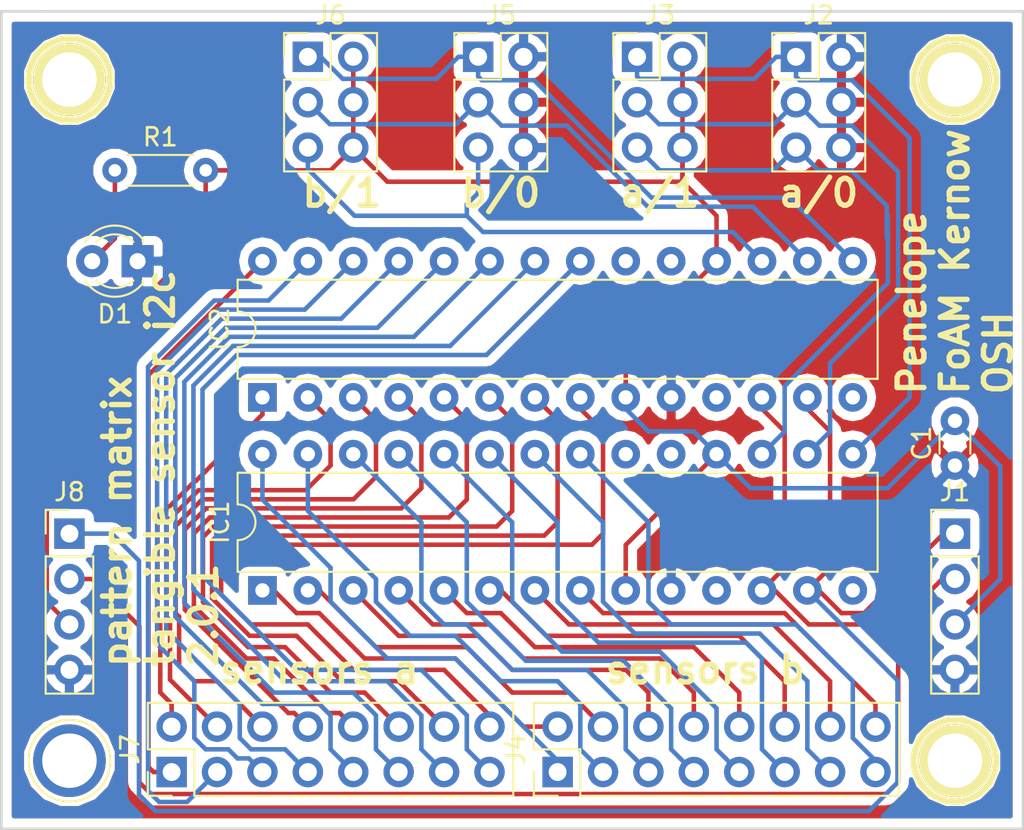
<source format=kicad_pcb>
(kicad_pcb (version 4) (host pcbnew 4.0.6-e0-6349~53~ubuntu14.04.1)

  (general
    (links 139)
    (no_connects 52)
    (area 173.914999 123.114999 231.215001 168.985001)
    (thickness 1.6)
    (drawings 16)
    (tracks 419)
    (zones 0)
    (modules 17)
    (nets 48)
  )

  (page A3)
  (layers
    (0 F.Cu signal)
    (31 B.Cu signal)
    (32 B.Adhes user)
    (33 F.Adhes user)
    (34 B.Paste user)
    (35 F.Paste user)
    (36 B.SilkS user)
    (37 F.SilkS user)
    (38 B.Mask user)
    (39 F.Mask user)
    (40 Dwgs.User user)
    (41 Cmts.User user)
    (42 Eco1.User user)
    (43 Eco2.User user)
    (44 Edge.Cuts user)
  )

  (setup
    (last_trace_width 0.254)
    (trace_clearance 0.254)
    (zone_clearance 0.508)
    (zone_45_only no)
    (trace_min 0.254)
    (segment_width 0.2)
    (edge_width 0.15)
    (via_size 0.889)
    (via_drill 0.635)
    (via_min_size 0.889)
    (via_min_drill 0.508)
    (uvia_size 0.508)
    (uvia_drill 0.127)
    (uvias_allowed no)
    (uvia_min_size 0.508)
    (uvia_min_drill 0.127)
    (pcb_text_width 0.3)
    (pcb_text_size 1.5 1.5)
    (mod_edge_width 0.15)
    (mod_text_size 1.5 1.5)
    (mod_text_width 0.15)
    (pad_size 1.524 1.524)
    (pad_drill 0.762)
    (pad_to_mask_clearance 0.2)
    (aux_axis_origin 0 0)
    (visible_elements FFFFEFBF)
    (pcbplotparams
      (layerselection 0x00030_80000001)
      (usegerberextensions true)
      (excludeedgelayer true)
      (linewidth 0.100000)
      (plotframeref false)
      (viasonmask false)
      (mode 1)
      (useauxorigin false)
      (hpglpennumber 1)
      (hpglpenspeed 20)
      (hpglpendiameter 15)
      (hpglpenoverlay 2)
      (psnegative false)
      (psa4output false)
      (plotreference true)
      (plotvalue true)
      (plotinvisibletext false)
      (padsonsilk false)
      (subtractmaskfromsilk false)
      (outputformat 1)
      (mirror false)
      (drillshape 1)
      (scaleselection 1)
      (outputdirectory svg/i2cexpander/))
  )

  (net 0 "")
  (net 1 "Net-(C1-Pad1)")
  (net 2 "Net-(C1-Pad2)")
  (net 3 "Net-(IC1-Pad2)")
  (net 4 "Net-(IC1-Pad3)")
  (net 5 "Net-(IC1-Pad4)")
  (net 6 "Net-(IC1-Pad5)")
  (net 7 "Net-(IC1-Pad6)")
  (net 8 "Net-(IC1-Pad7)")
  (net 9 "Net-(IC1-Pad8)")
  (net 10 "Net-(IC1-Pad12)")
  (net 11 "Net-(IC1-Pad13)")
  (net 12 "Net-(IC1-Pad1)")
  (net 13 "Net-(IC1-Pad15)")
  (net 14 "Net-(IC1-Pad16)")
  (net 15 "Net-(IC1-Pad17)")
  (net 16 "Net-(IC1-Pad19)")
  (net 17 "Net-(IC1-Pad20)")
  (net 18 "Net-(IC1-Pad21)")
  (net 19 "Net-(IC1-Pad22)")
  (net 20 "Net-(IC1-Pad23)")
  (net 21 "Net-(IC1-Pad24)")
  (net 22 "Net-(IC1-Pad25)")
  (net 23 "Net-(IC1-Pad26)")
  (net 24 "Net-(IC1-Pad27)")
  (net 25 "Net-(IC1-Pad28)")
  (net 26 "Net-(IC2-Pad2)")
  (net 27 "Net-(IC2-Pad3)")
  (net 28 "Net-(IC2-Pad4)")
  (net 29 "Net-(IC2-Pad5)")
  (net 30 "Net-(IC2-Pad6)")
  (net 31 "Net-(IC2-Pad7)")
  (net 32 "Net-(IC2-Pad8)")
  (net 33 "Net-(IC2-Pad1)")
  (net 34 "Net-(IC2-Pad15)")
  (net 35 "Net-(IC2-Pad16)")
  (net 36 "Net-(IC2-Pad17)")
  (net 37 "Net-(IC2-Pad19)")
  (net 38 "Net-(IC2-Pad20)")
  (net 39 "Net-(IC2-Pad21)")
  (net 40 "Net-(IC2-Pad22)")
  (net 41 "Net-(IC2-Pad23)")
  (net 42 "Net-(IC2-Pad24)")
  (net 43 "Net-(IC2-Pad25)")
  (net 44 "Net-(IC2-Pad26)")
  (net 45 "Net-(IC2-Pad27)")
  (net 46 "Net-(IC2-Pad28)")
  (net 47 "Net-(D1-Pad2)")

  (net_class Default "This is the default net class."
    (clearance 0.254)
    (trace_width 0.254)
    (via_dia 0.889)
    (via_drill 0.635)
    (uvia_dia 0.508)
    (uvia_drill 0.127)
    (add_net "Net-(C1-Pad1)")
    (add_net "Net-(C1-Pad2)")
    (add_net "Net-(D1-Pad2)")
    (add_net "Net-(IC1-Pad1)")
    (add_net "Net-(IC1-Pad12)")
    (add_net "Net-(IC1-Pad13)")
    (add_net "Net-(IC1-Pad15)")
    (add_net "Net-(IC1-Pad16)")
    (add_net "Net-(IC1-Pad17)")
    (add_net "Net-(IC1-Pad19)")
    (add_net "Net-(IC1-Pad2)")
    (add_net "Net-(IC1-Pad20)")
    (add_net "Net-(IC1-Pad21)")
    (add_net "Net-(IC1-Pad22)")
    (add_net "Net-(IC1-Pad23)")
    (add_net "Net-(IC1-Pad24)")
    (add_net "Net-(IC1-Pad25)")
    (add_net "Net-(IC1-Pad26)")
    (add_net "Net-(IC1-Pad27)")
    (add_net "Net-(IC1-Pad28)")
    (add_net "Net-(IC1-Pad3)")
    (add_net "Net-(IC1-Pad4)")
    (add_net "Net-(IC1-Pad5)")
    (add_net "Net-(IC1-Pad6)")
    (add_net "Net-(IC1-Pad7)")
    (add_net "Net-(IC1-Pad8)")
    (add_net "Net-(IC2-Pad1)")
    (add_net "Net-(IC2-Pad15)")
    (add_net "Net-(IC2-Pad16)")
    (add_net "Net-(IC2-Pad17)")
    (add_net "Net-(IC2-Pad19)")
    (add_net "Net-(IC2-Pad2)")
    (add_net "Net-(IC2-Pad20)")
    (add_net "Net-(IC2-Pad21)")
    (add_net "Net-(IC2-Pad22)")
    (add_net "Net-(IC2-Pad23)")
    (add_net "Net-(IC2-Pad24)")
    (add_net "Net-(IC2-Pad25)")
    (add_net "Net-(IC2-Pad26)")
    (add_net "Net-(IC2-Pad27)")
    (add_net "Net-(IC2-Pad28)")
    (add_net "Net-(IC2-Pad3)")
    (add_net "Net-(IC2-Pad4)")
    (add_net "Net-(IC2-Pad5)")
    (add_net "Net-(IC2-Pad6)")
    (add_net "Net-(IC2-Pad7)")
    (add_net "Net-(IC2-Pad8)")
  )

  (module Resistors_THT:R_Axial_DIN0204_L3.6mm_D1.6mm_P5.08mm_Horizontal (layer F.Cu) (tedit 5874F706) (tstamp 592B00CD)
    (at 180.34 132.08)
    (descr "Resistor, Axial_DIN0204 series, Axial, Horizontal, pin pitch=5.08mm, 0.16666666666666666W = 1/6W, length*diameter=3.6*1.6mm^2, http://cdn-reichelt.de/documents/datenblatt/B400/1_4W%23YAG.pdf")
    (tags "Resistor Axial_DIN0204 series Axial Horizontal pin pitch 5.08mm 0.16666666666666666W = 1/6W length 3.6mm diameter 1.6mm")
    (path /592B0925)
    (fp_text reference R1 (at 2.54 -1.86) (layer F.SilkS)
      (effects (font (size 1 1) (thickness 0.15)))
    )
    (fp_text value R (at 2.54 1.86) (layer F.Fab)
      (effects (font (size 1 1) (thickness 0.15)))
    )
    (fp_line (start 0.74 -0.8) (end 0.74 0.8) (layer F.Fab) (width 0.1))
    (fp_line (start 0.74 0.8) (end 4.34 0.8) (layer F.Fab) (width 0.1))
    (fp_line (start 4.34 0.8) (end 4.34 -0.8) (layer F.Fab) (width 0.1))
    (fp_line (start 4.34 -0.8) (end 0.74 -0.8) (layer F.Fab) (width 0.1))
    (fp_line (start 0 0) (end 0.74 0) (layer F.Fab) (width 0.1))
    (fp_line (start 5.08 0) (end 4.34 0) (layer F.Fab) (width 0.1))
    (fp_line (start 0.68 -0.86) (end 4.4 -0.86) (layer F.SilkS) (width 0.12))
    (fp_line (start 0.68 0.86) (end 4.4 0.86) (layer F.SilkS) (width 0.12))
    (fp_line (start -0.95 -1.15) (end -0.95 1.15) (layer F.CrtYd) (width 0.05))
    (fp_line (start -0.95 1.15) (end 6.05 1.15) (layer F.CrtYd) (width 0.05))
    (fp_line (start 6.05 1.15) (end 6.05 -1.15) (layer F.CrtYd) (width 0.05))
    (fp_line (start 6.05 -1.15) (end -0.95 -1.15) (layer F.CrtYd) (width 0.05))
    (pad 1 thru_hole circle (at 0 0) (size 1.4 1.4) (drill 0.7) (layers *.Cu *.Mask)
      (net 47 "Net-(D1-Pad2)"))
    (pad 2 thru_hole oval (at 5.08 0) (size 1.4 1.4) (drill 0.7) (layers *.Cu *.Mask)
      (net 2 "Net-(C1-Pad2)"))
    (model Resistors_THT.3dshapes/R_Axial_DIN0204_L3.6mm_D1.6mm_P5.08mm_Horizontal.wrl
      (at (xyz 0 0 0))
      (scale (xyz 0.393701 0.393701 0.393701))
      (rotate (xyz 0 0 0))
    )
  )

  (module LEDs:LED_D3.0mm (layer F.Cu) (tedit 587A3A7B) (tstamp 592B00C7)
    (at 181.61 137.16 180)
    (descr "LED, diameter 3.0mm, 2 pins")
    (tags "LED diameter 3.0mm 2 pins")
    (path /592B0864)
    (fp_text reference D1 (at 1.27 -2.96 180) (layer F.SilkS)
      (effects (font (size 1 1) (thickness 0.15)))
    )
    (fp_text value LED (at 1.27 2.96 180) (layer F.Fab)
      (effects (font (size 1 1) (thickness 0.15)))
    )
    (fp_arc (start 1.27 0) (end -0.23 -1.16619) (angle 284.3) (layer F.Fab) (width 0.1))
    (fp_arc (start 1.27 0) (end -0.29 -1.235516) (angle 108.8) (layer F.SilkS) (width 0.12))
    (fp_arc (start 1.27 0) (end -0.29 1.235516) (angle -108.8) (layer F.SilkS) (width 0.12))
    (fp_arc (start 1.27 0) (end 0.229039 -1.08) (angle 87.9) (layer F.SilkS) (width 0.12))
    (fp_arc (start 1.27 0) (end 0.229039 1.08) (angle -87.9) (layer F.SilkS) (width 0.12))
    (fp_circle (center 1.27 0) (end 2.77 0) (layer F.Fab) (width 0.1))
    (fp_line (start -0.23 -1.16619) (end -0.23 1.16619) (layer F.Fab) (width 0.1))
    (fp_line (start -0.29 -1.236) (end -0.29 -1.08) (layer F.SilkS) (width 0.12))
    (fp_line (start -0.29 1.08) (end -0.29 1.236) (layer F.SilkS) (width 0.12))
    (fp_line (start -1.15 -2.25) (end -1.15 2.25) (layer F.CrtYd) (width 0.05))
    (fp_line (start -1.15 2.25) (end 3.7 2.25) (layer F.CrtYd) (width 0.05))
    (fp_line (start 3.7 2.25) (end 3.7 -2.25) (layer F.CrtYd) (width 0.05))
    (fp_line (start 3.7 -2.25) (end -1.15 -2.25) (layer F.CrtYd) (width 0.05))
    (pad 1 thru_hole rect (at 0 0 180) (size 1.8 1.8) (drill 0.9) (layers *.Cu *.Mask)
      (net 1 "Net-(C1-Pad1)"))
    (pad 2 thru_hole circle (at 2.54 0 180) (size 1.8 1.8) (drill 0.9) (layers *.Cu *.Mask)
      (net 47 "Net-(D1-Pad2)"))
    (model LEDs.3dshapes/LED_D3.0mm.wrl
      (at (xyz 0 0 0))
      (scale (xyz 0.393701 0.393701 0.393701))
      (rotate (xyz 0 0 0))
    )
  )

  (module 1pin (layer F.Cu) (tedit 592B14A8) (tstamp 592602DE)
    (at 177.8 127)
    (descr "module 1 pin (ou trou mecanique de percage)")
    (tags DEV)
    (path 1pin)
    (fp_text reference "" (at 0 -3.048) (layer F.SilkS)
      (effects (font (size 1.016 1.016) (thickness 0.254)))
    )
    (fp_text value "" (at 0 2.794) (layer F.SilkS) hide
      (effects (font (size 1.016 1.016) (thickness 0.254)))
    )
    (fp_circle (center 0 0) (end 0 -2.286) (layer F.SilkS) (width 0.381))
    (pad 1 thru_hole circle (at 0 0) (size 4.064 4.064) (drill 3.048) (layers *.Cu *.Mask F.SilkS))
  )

  (module 1pin (layer F.Cu) (tedit 592B148B) (tstamp 592602E9)
    (at 227.33 127)
    (descr "module 1 pin (ou trou mecanique de percage)")
    (tags DEV)
    (path 1pin)
    (fp_text reference "" (at 0 -3.048) (layer F.SilkS)
      (effects (font (size 1.016 1.016) (thickness 0.254)))
    )
    (fp_text value "" (at 0 2.794) (layer F.SilkS) hide
      (effects (font (size 1.016 1.016) (thickness 0.254)))
    )
    (fp_circle (center 0 0) (end 0 -2.286) (layer F.SilkS) (width 0.381))
    (pad 1 thru_hole circle (at 0 0) (size 4.064 4.064) (drill 3.048) (layers *.Cu *.Mask F.SilkS))
  )

  (module 1pin (layer F.Cu) (tedit 592B1499) (tstamp 592602F4)
    (at 227.33 165.1)
    (descr "module 1 pin (ou trou mecanique de percage)")
    (tags DEV)
    (path 1pin)
    (fp_text reference "" (at 0 -3.048) (layer F.SilkS)
      (effects (font (size 1.016 1.016) (thickness 0.254)))
    )
    (fp_text value "" (at 0 2.794) (layer F.SilkS) hide
      (effects (font (size 1.016 1.016) (thickness 0.254)))
    )
    (fp_circle (center 0 0) (end 0 -2.286) (layer F.SilkS) (width 0.381))
    (pad 1 thru_hole circle (at 0 0) (size 4.064 4.064) (drill 3.048) (layers *.Cu *.Mask F.SilkS))
  )

  (module Housings_DIP:DIP-28_W7.62mm (layer F.Cu) (tedit 58CC8E2F) (tstamp 592B0162)
    (at 188.595 155.575 90)
    (descr "28-lead dip package, row spacing 7.62 mm (300 mils)")
    (tags "DIL DIP PDIP 2.54mm 7.62mm 300mil")
    (path /5925BE35)
    (fp_text reference IC1 (at 3.81 -2.39 90) (layer F.SilkS)
      (effects (font (size 1 1) (thickness 0.15)))
    )
    (fp_text value MCP23017 (at 3.81 35.41 90) (layer F.Fab)
      (effects (font (size 1 1) (thickness 0.15)))
    )
    (fp_text user %R (at 3.81 16.51 90) (layer F.Fab)
      (effects (font (size 1 1) (thickness 0.15)))
    )
    (fp_line (start 1.635 -1.27) (end 6.985 -1.27) (layer F.Fab) (width 0.1))
    (fp_line (start 6.985 -1.27) (end 6.985 34.29) (layer F.Fab) (width 0.1))
    (fp_line (start 6.985 34.29) (end 0.635 34.29) (layer F.Fab) (width 0.1))
    (fp_line (start 0.635 34.29) (end 0.635 -0.27) (layer F.Fab) (width 0.1))
    (fp_line (start 0.635 -0.27) (end 1.635 -1.27) (layer F.Fab) (width 0.1))
    (fp_line (start 2.81 -1.39) (end 1.04 -1.39) (layer F.SilkS) (width 0.12))
    (fp_line (start 1.04 -1.39) (end 1.04 34.41) (layer F.SilkS) (width 0.12))
    (fp_line (start 1.04 34.41) (end 6.58 34.41) (layer F.SilkS) (width 0.12))
    (fp_line (start 6.58 34.41) (end 6.58 -1.39) (layer F.SilkS) (width 0.12))
    (fp_line (start 6.58 -1.39) (end 4.81 -1.39) (layer F.SilkS) (width 0.12))
    (fp_line (start -1.1 -1.6) (end -1.1 34.6) (layer F.CrtYd) (width 0.05))
    (fp_line (start -1.1 34.6) (end 8.7 34.6) (layer F.CrtYd) (width 0.05))
    (fp_line (start 8.7 34.6) (end 8.7 -1.6) (layer F.CrtYd) (width 0.05))
    (fp_line (start 8.7 -1.6) (end -1.1 -1.6) (layer F.CrtYd) (width 0.05))
    (fp_arc (start 3.81 -1.39) (end 2.81 -1.39) (angle -180) (layer F.SilkS) (width 0.12))
    (pad 1 thru_hole rect (at 0 0 90) (size 1.6 1.6) (drill 0.8) (layers *.Cu *.Mask)
      (net 12 "Net-(IC1-Pad1)"))
    (pad 15 thru_hole oval (at 7.62 33.02 90) (size 1.6 1.6) (drill 0.8) (layers *.Cu *.Mask)
      (net 13 "Net-(IC1-Pad15)"))
    (pad 2 thru_hole oval (at 0 2.54 90) (size 1.6 1.6) (drill 0.8) (layers *.Cu *.Mask)
      (net 3 "Net-(IC1-Pad2)"))
    (pad 16 thru_hole oval (at 7.62 30.48 90) (size 1.6 1.6) (drill 0.8) (layers *.Cu *.Mask)
      (net 14 "Net-(IC1-Pad16)"))
    (pad 3 thru_hole oval (at 0 5.08 90) (size 1.6 1.6) (drill 0.8) (layers *.Cu *.Mask)
      (net 4 "Net-(IC1-Pad3)"))
    (pad 17 thru_hole oval (at 7.62 27.94 90) (size 1.6 1.6) (drill 0.8) (layers *.Cu *.Mask)
      (net 15 "Net-(IC1-Pad17)"))
    (pad 4 thru_hole oval (at 0 7.62 90) (size 1.6 1.6) (drill 0.8) (layers *.Cu *.Mask)
      (net 5 "Net-(IC1-Pad4)"))
    (pad 18 thru_hole oval (at 7.62 25.4 90) (size 1.6 1.6) (drill 0.8) (layers *.Cu *.Mask)
      (net 2 "Net-(C1-Pad2)"))
    (pad 5 thru_hole oval (at 0 10.16 90) (size 1.6 1.6) (drill 0.8) (layers *.Cu *.Mask)
      (net 6 "Net-(IC1-Pad5)"))
    (pad 19 thru_hole oval (at 7.62 22.86 90) (size 1.6 1.6) (drill 0.8) (layers *.Cu *.Mask)
      (net 16 "Net-(IC1-Pad19)"))
    (pad 6 thru_hole oval (at 0 12.7 90) (size 1.6 1.6) (drill 0.8) (layers *.Cu *.Mask)
      (net 7 "Net-(IC1-Pad6)"))
    (pad 20 thru_hole oval (at 7.62 20.32 90) (size 1.6 1.6) (drill 0.8) (layers *.Cu *.Mask)
      (net 17 "Net-(IC1-Pad20)"))
    (pad 7 thru_hole oval (at 0 15.24 90) (size 1.6 1.6) (drill 0.8) (layers *.Cu *.Mask)
      (net 8 "Net-(IC1-Pad7)"))
    (pad 21 thru_hole oval (at 7.62 17.78 90) (size 1.6 1.6) (drill 0.8) (layers *.Cu *.Mask)
      (net 18 "Net-(IC1-Pad21)"))
    (pad 8 thru_hole oval (at 0 17.78 90) (size 1.6 1.6) (drill 0.8) (layers *.Cu *.Mask)
      (net 9 "Net-(IC1-Pad8)"))
    (pad 22 thru_hole oval (at 7.62 15.24 90) (size 1.6 1.6) (drill 0.8) (layers *.Cu *.Mask)
      (net 19 "Net-(IC1-Pad22)"))
    (pad 9 thru_hole oval (at 0 20.32 90) (size 1.6 1.6) (drill 0.8) (layers *.Cu *.Mask)
      (net 2 "Net-(C1-Pad2)"))
    (pad 23 thru_hole oval (at 7.62 12.7 90) (size 1.6 1.6) (drill 0.8) (layers *.Cu *.Mask)
      (net 20 "Net-(IC1-Pad23)"))
    (pad 10 thru_hole oval (at 0 22.86 90) (size 1.6 1.6) (drill 0.8) (layers *.Cu *.Mask)
      (net 1 "Net-(C1-Pad1)"))
    (pad 24 thru_hole oval (at 7.62 10.16 90) (size 1.6 1.6) (drill 0.8) (layers *.Cu *.Mask)
      (net 21 "Net-(IC1-Pad24)"))
    (pad 11 thru_hole oval (at 0 25.4 90) (size 1.6 1.6) (drill 0.8) (layers *.Cu *.Mask))
    (pad 25 thru_hole oval (at 7.62 7.62 90) (size 1.6 1.6) (drill 0.8) (layers *.Cu *.Mask)
      (net 22 "Net-(IC1-Pad25)"))
    (pad 12 thru_hole oval (at 0 27.94 90) (size 1.6 1.6) (drill 0.8) (layers *.Cu *.Mask)
      (net 10 "Net-(IC1-Pad12)"))
    (pad 26 thru_hole oval (at 7.62 5.08 90) (size 1.6 1.6) (drill 0.8) (layers *.Cu *.Mask)
      (net 23 "Net-(IC1-Pad26)"))
    (pad 13 thru_hole oval (at 0 30.48 90) (size 1.6 1.6) (drill 0.8) (layers *.Cu *.Mask)
      (net 11 "Net-(IC1-Pad13)"))
    (pad 27 thru_hole oval (at 7.62 2.54 90) (size 1.6 1.6) (drill 0.8) (layers *.Cu *.Mask)
      (net 24 "Net-(IC1-Pad27)"))
    (pad 14 thru_hole oval (at 0 33.02 90) (size 1.6 1.6) (drill 0.8) (layers *.Cu *.Mask))
    (pad 28 thru_hole oval (at 7.62 0 90) (size 1.6 1.6) (drill 0.8) (layers *.Cu *.Mask)
      (net 25 "Net-(IC1-Pad28)"))
    (model ${KISYS3DMOD}/Housings_DIP.3dshapes/DIP-28_W7.62mm.wrl
      (at (xyz 0 0 0))
      (scale (xyz 1 1 1))
      (rotate (xyz 0 0 0))
    )
  )

  (module Housings_DIP:DIP-28_W7.62mm (layer F.Cu) (tedit 58CC8E2F) (tstamp 592B0181)
    (at 188.595 144.78 90)
    (descr "28-lead dip package, row spacing 7.62 mm (300 mils)")
    (tags "DIL DIP PDIP 2.54mm 7.62mm 300mil")
    (path /5928138E)
    (fp_text reference IC2 (at 3.81 -2.39 90) (layer F.SilkS)
      (effects (font (size 1 1) (thickness 0.15)))
    )
    (fp_text value MCP23017 (at 3.81 35.41 90) (layer F.Fab)
      (effects (font (size 1 1) (thickness 0.15)))
    )
    (fp_text user %R (at 3.81 16.51 90) (layer F.Fab)
      (effects (font (size 1 1) (thickness 0.15)))
    )
    (fp_line (start 1.635 -1.27) (end 6.985 -1.27) (layer F.Fab) (width 0.1))
    (fp_line (start 6.985 -1.27) (end 6.985 34.29) (layer F.Fab) (width 0.1))
    (fp_line (start 6.985 34.29) (end 0.635 34.29) (layer F.Fab) (width 0.1))
    (fp_line (start 0.635 34.29) (end 0.635 -0.27) (layer F.Fab) (width 0.1))
    (fp_line (start 0.635 -0.27) (end 1.635 -1.27) (layer F.Fab) (width 0.1))
    (fp_line (start 2.81 -1.39) (end 1.04 -1.39) (layer F.SilkS) (width 0.12))
    (fp_line (start 1.04 -1.39) (end 1.04 34.41) (layer F.SilkS) (width 0.12))
    (fp_line (start 1.04 34.41) (end 6.58 34.41) (layer F.SilkS) (width 0.12))
    (fp_line (start 6.58 34.41) (end 6.58 -1.39) (layer F.SilkS) (width 0.12))
    (fp_line (start 6.58 -1.39) (end 4.81 -1.39) (layer F.SilkS) (width 0.12))
    (fp_line (start -1.1 -1.6) (end -1.1 34.6) (layer F.CrtYd) (width 0.05))
    (fp_line (start -1.1 34.6) (end 8.7 34.6) (layer F.CrtYd) (width 0.05))
    (fp_line (start 8.7 34.6) (end 8.7 -1.6) (layer F.CrtYd) (width 0.05))
    (fp_line (start 8.7 -1.6) (end -1.1 -1.6) (layer F.CrtYd) (width 0.05))
    (fp_arc (start 3.81 -1.39) (end 2.81 -1.39) (angle -180) (layer F.SilkS) (width 0.12))
    (pad 1 thru_hole rect (at 0 0 90) (size 1.6 1.6) (drill 0.8) (layers *.Cu *.Mask)
      (net 33 "Net-(IC2-Pad1)"))
    (pad 15 thru_hole oval (at 7.62 33.02 90) (size 1.6 1.6) (drill 0.8) (layers *.Cu *.Mask)
      (net 34 "Net-(IC2-Pad15)"))
    (pad 2 thru_hole oval (at 0 2.54 90) (size 1.6 1.6) (drill 0.8) (layers *.Cu *.Mask)
      (net 26 "Net-(IC2-Pad2)"))
    (pad 16 thru_hole oval (at 7.62 30.48 90) (size 1.6 1.6) (drill 0.8) (layers *.Cu *.Mask)
      (net 35 "Net-(IC2-Pad16)"))
    (pad 3 thru_hole oval (at 0 5.08 90) (size 1.6 1.6) (drill 0.8) (layers *.Cu *.Mask)
      (net 27 "Net-(IC2-Pad3)"))
    (pad 17 thru_hole oval (at 7.62 27.94 90) (size 1.6 1.6) (drill 0.8) (layers *.Cu *.Mask)
      (net 36 "Net-(IC2-Pad17)"))
    (pad 4 thru_hole oval (at 0 7.62 90) (size 1.6 1.6) (drill 0.8) (layers *.Cu *.Mask)
      (net 28 "Net-(IC2-Pad4)"))
    (pad 18 thru_hole oval (at 7.62 25.4 90) (size 1.6 1.6) (drill 0.8) (layers *.Cu *.Mask)
      (net 2 "Net-(C1-Pad2)"))
    (pad 5 thru_hole oval (at 0 10.16 90) (size 1.6 1.6) (drill 0.8) (layers *.Cu *.Mask)
      (net 29 "Net-(IC2-Pad5)"))
    (pad 19 thru_hole oval (at 7.62 22.86 90) (size 1.6 1.6) (drill 0.8) (layers *.Cu *.Mask)
      (net 37 "Net-(IC2-Pad19)"))
    (pad 6 thru_hole oval (at 0 12.7 90) (size 1.6 1.6) (drill 0.8) (layers *.Cu *.Mask)
      (net 30 "Net-(IC2-Pad6)"))
    (pad 20 thru_hole oval (at 7.62 20.32 90) (size 1.6 1.6) (drill 0.8) (layers *.Cu *.Mask)
      (net 38 "Net-(IC2-Pad20)"))
    (pad 7 thru_hole oval (at 0 15.24 90) (size 1.6 1.6) (drill 0.8) (layers *.Cu *.Mask)
      (net 31 "Net-(IC2-Pad7)"))
    (pad 21 thru_hole oval (at 7.62 17.78 90) (size 1.6 1.6) (drill 0.8) (layers *.Cu *.Mask)
      (net 39 "Net-(IC2-Pad21)"))
    (pad 8 thru_hole oval (at 0 17.78 90) (size 1.6 1.6) (drill 0.8) (layers *.Cu *.Mask)
      (net 32 "Net-(IC2-Pad8)"))
    (pad 22 thru_hole oval (at 7.62 15.24 90) (size 1.6 1.6) (drill 0.8) (layers *.Cu *.Mask)
      (net 40 "Net-(IC2-Pad22)"))
    (pad 9 thru_hole oval (at 0 20.32 90) (size 1.6 1.6) (drill 0.8) (layers *.Cu *.Mask)
      (net 2 "Net-(C1-Pad2)"))
    (pad 23 thru_hole oval (at 7.62 12.7 90) (size 1.6 1.6) (drill 0.8) (layers *.Cu *.Mask)
      (net 41 "Net-(IC2-Pad23)"))
    (pad 10 thru_hole oval (at 0 22.86 90) (size 1.6 1.6) (drill 0.8) (layers *.Cu *.Mask)
      (net 1 "Net-(C1-Pad1)"))
    (pad 24 thru_hole oval (at 7.62 10.16 90) (size 1.6 1.6) (drill 0.8) (layers *.Cu *.Mask)
      (net 42 "Net-(IC2-Pad24)"))
    (pad 11 thru_hole oval (at 0 25.4 90) (size 1.6 1.6) (drill 0.8) (layers *.Cu *.Mask))
    (pad 25 thru_hole oval (at 7.62 7.62 90) (size 1.6 1.6) (drill 0.8) (layers *.Cu *.Mask)
      (net 43 "Net-(IC2-Pad25)"))
    (pad 12 thru_hole oval (at 0 27.94 90) (size 1.6 1.6) (drill 0.8) (layers *.Cu *.Mask)
      (net 10 "Net-(IC1-Pad12)"))
    (pad 26 thru_hole oval (at 7.62 5.08 90) (size 1.6 1.6) (drill 0.8) (layers *.Cu *.Mask)
      (net 44 "Net-(IC2-Pad26)"))
    (pad 13 thru_hole oval (at 0 30.48 90) (size 1.6 1.6) (drill 0.8) (layers *.Cu *.Mask)
      (net 11 "Net-(IC1-Pad13)"))
    (pad 27 thru_hole oval (at 7.62 2.54 90) (size 1.6 1.6) (drill 0.8) (layers *.Cu *.Mask)
      (net 45 "Net-(IC2-Pad27)"))
    (pad 14 thru_hole oval (at 0 33.02 90) (size 1.6 1.6) (drill 0.8) (layers *.Cu *.Mask))
    (pad 28 thru_hole oval (at 7.62 0 90) (size 1.6 1.6) (drill 0.8) (layers *.Cu *.Mask)
      (net 46 "Net-(IC2-Pad28)"))
    (model ${KISYS3DMOD}/Housings_DIP.3dshapes/DIP-28_W7.62mm.wrl
      (at (xyz 0 0 0))
      (scale (xyz 1 1 1))
      (rotate (xyz 0 0 0))
    )
  )

  (module Capacitors_THT:C_Disc_D3.0mm_W1.6mm_P2.50mm (layer F.Cu) (tedit 5920C254) (tstamp 592B1096)
    (at 227.33 148.59 90)
    (descr "C, Disc series, Radial, pin pitch=2.50mm, , diameter*width=3.0*1.6mm^2, Capacitor, http://www.vishay.com/docs/45233/krseries.pdf")
    (tags "C Disc series Radial pin pitch 2.50mm  diameter 3.0mm width 1.6mm Capacitor")
    (path /5925BEB5)
    (fp_text reference C1 (at 1.25 -1.86 90) (layer F.SilkS)
      (effects (font (size 1 1) (thickness 0.15)))
    )
    (fp_text value C (at 1.25 1.86 90) (layer F.Fab)
      (effects (font (size 1 1) (thickness 0.15)))
    )
    (fp_text user %R (at 1.25 0 90) (layer F.Fab)
      (effects (font (size 0.7 0.7) (thickness 0.105)))
    )
    (fp_line (start -0.25 -0.8) (end -0.25 0.8) (layer F.Fab) (width 0.1))
    (fp_line (start -0.25 0.8) (end 2.75 0.8) (layer F.Fab) (width 0.1))
    (fp_line (start 2.75 0.8) (end 2.75 -0.8) (layer F.Fab) (width 0.1))
    (fp_line (start 2.75 -0.8) (end -0.25 -0.8) (layer F.Fab) (width 0.1))
    (fp_line (start 0.663 -0.861) (end 1.837 -0.861) (layer F.SilkS) (width 0.12))
    (fp_line (start 0.663 0.861) (end 1.837 0.861) (layer F.SilkS) (width 0.12))
    (fp_line (start -1.05 -1.15) (end -1.05 1.15) (layer F.CrtYd) (width 0.05))
    (fp_line (start -1.05 1.15) (end 3.55 1.15) (layer F.CrtYd) (width 0.05))
    (fp_line (start 3.55 1.15) (end 3.55 -1.15) (layer F.CrtYd) (width 0.05))
    (fp_line (start 3.55 -1.15) (end -1.05 -1.15) (layer F.CrtYd) (width 0.05))
    (pad 1 thru_hole circle (at 0 0 90) (size 1.6 1.6) (drill 0.8) (layers *.Cu *.Mask)
      (net 1 "Net-(C1-Pad1)"))
    (pad 2 thru_hole circle (at 2.5 0 90) (size 1.6 1.6) (drill 0.8) (layers *.Cu *.Mask)
      (net 2 "Net-(C1-Pad2)"))
    (model ${KISYS3DMOD}/Capacitors_THT.3dshapes/C_Disc_D3.0mm_W1.6mm_P2.50mm.wrl
      (at (xyz 0 0 0))
      (scale (xyz 0.393701 0.393701 0.393701))
      (rotate (xyz 0 0 0))
    )
  )

  (module Connectors:1pin (layer F.Cu) (tedit 592B1E4E) (tstamp 592B1D87)
    (at 177.8 165.1)
    (descr "module 1 pin (ou trou mecanique de percage)")
    (tags DEV)
    (fp_text reference "" (at 0 -3.048) (layer F.SilkS)
      (effects (font (size 1 1) (thickness 0.15)))
    )
    (fp_text value "" (at 0 3) (layer F.Fab)
      (effects (font (size 1 1) (thickness 0.15)))
    )
    (fp_circle (center 0 0) (end 2 0.8) (layer F.Fab) (width 0.1))
    (fp_circle (center 0 0) (end 2.6 0) (layer F.CrtYd) (width 0.05))
    (fp_circle (center 0 0) (end 0 -2.286) (layer F.SilkS) (width 0.12))
    (pad 1 thru_hole circle (at 0 0) (size 4.064 4.064) (drill 3.048) (layers *.Cu *.Mask))
  )

  (module Pin_Headers:Pin_Header_Straight_2x03_Pitch2.54mm (layer F.Cu) (tedit 58CD4EC5) (tstamp 592E8A4A)
    (at 218.44 125.73)
    (descr "Through hole straight pin header, 2x03, 2.54mm pitch, double rows")
    (tags "Through hole pin header THT 2x03 2.54mm double row")
    (path /592EA273)
    (fp_text reference J2 (at 1.27 -2.33) (layer F.SilkS)
      (effects (font (size 1 1) (thickness 0.15)))
    )
    (fp_text value CONN_02X03 (at 1.27 7.41) (layer F.Fab)
      (effects (font (size 1 1) (thickness 0.15)))
    )
    (fp_line (start -1.27 -1.27) (end -1.27 6.35) (layer F.Fab) (width 0.1))
    (fp_line (start -1.27 6.35) (end 3.81 6.35) (layer F.Fab) (width 0.1))
    (fp_line (start 3.81 6.35) (end 3.81 -1.27) (layer F.Fab) (width 0.1))
    (fp_line (start 3.81 -1.27) (end -1.27 -1.27) (layer F.Fab) (width 0.1))
    (fp_line (start -1.33 1.27) (end -1.33 6.41) (layer F.SilkS) (width 0.12))
    (fp_line (start -1.33 6.41) (end 3.87 6.41) (layer F.SilkS) (width 0.12))
    (fp_line (start 3.87 6.41) (end 3.87 -1.33) (layer F.SilkS) (width 0.12))
    (fp_line (start 3.87 -1.33) (end 1.27 -1.33) (layer F.SilkS) (width 0.12))
    (fp_line (start 1.27 -1.33) (end 1.27 1.27) (layer F.SilkS) (width 0.12))
    (fp_line (start 1.27 1.27) (end -1.33 1.27) (layer F.SilkS) (width 0.12))
    (fp_line (start -1.33 0) (end -1.33 -1.33) (layer F.SilkS) (width 0.12))
    (fp_line (start -1.33 -1.33) (end 0 -1.33) (layer F.SilkS) (width 0.12))
    (fp_line (start -1.8 -1.8) (end -1.8 6.85) (layer F.CrtYd) (width 0.05))
    (fp_line (start -1.8 6.85) (end 4.35 6.85) (layer F.CrtYd) (width 0.05))
    (fp_line (start 4.35 6.85) (end 4.35 -1.8) (layer F.CrtYd) (width 0.05))
    (fp_line (start 4.35 -1.8) (end -1.8 -1.8) (layer F.CrtYd) (width 0.05))
    (fp_text user %R (at 1.27 -2.33) (layer F.Fab)
      (effects (font (size 1 1) (thickness 0.15)))
    )
    (pad 1 thru_hole rect (at 0 0) (size 1.7 1.7) (drill 1) (layers *.Cu *.Mask)
      (net 13 "Net-(IC1-Pad15)"))
    (pad 2 thru_hole oval (at 2.54 0) (size 1.7 1.7) (drill 1) (layers *.Cu *.Mask)
      (net 1 "Net-(C1-Pad1)"))
    (pad 3 thru_hole oval (at 0 2.54) (size 1.7 1.7) (drill 1) (layers *.Cu *.Mask)
      (net 14 "Net-(IC1-Pad16)"))
    (pad 4 thru_hole oval (at 2.54 2.54) (size 1.7 1.7) (drill 1) (layers *.Cu *.Mask)
      (net 1 "Net-(C1-Pad1)"))
    (pad 5 thru_hole oval (at 0 5.08) (size 1.7 1.7) (drill 1) (layers *.Cu *.Mask)
      (net 15 "Net-(IC1-Pad17)"))
    (pad 6 thru_hole oval (at 2.54 5.08) (size 1.7 1.7) (drill 1) (layers *.Cu *.Mask)
      (net 1 "Net-(C1-Pad1)"))
    (model ${KISYS3DMOD}/Pin_Headers.3dshapes/Pin_Header_Straight_2x03_Pitch2.54mm.wrl
      (at (xyz 0.05 -0.1 0))
      (scale (xyz 1 1 1))
      (rotate (xyz 0 0 90))
    )
  )

  (module Pin_Headers:Pin_Header_Straight_2x03_Pitch2.54mm (layer F.Cu) (tedit 58CD4EC5) (tstamp 592E8A54)
    (at 209.55 125.73)
    (descr "Through hole straight pin header, 2x03, 2.54mm pitch, double rows")
    (tags "Through hole pin header THT 2x03 2.54mm double row")
    (path /592EA2DB)
    (fp_text reference J3 (at 1.27 -2.33) (layer F.SilkS)
      (effects (font (size 1 1) (thickness 0.15)))
    )
    (fp_text value CONN_02X03 (at 1.27 7.41) (layer F.Fab)
      (effects (font (size 1 1) (thickness 0.15)))
    )
    (fp_line (start -1.27 -1.27) (end -1.27 6.35) (layer F.Fab) (width 0.1))
    (fp_line (start -1.27 6.35) (end 3.81 6.35) (layer F.Fab) (width 0.1))
    (fp_line (start 3.81 6.35) (end 3.81 -1.27) (layer F.Fab) (width 0.1))
    (fp_line (start 3.81 -1.27) (end -1.27 -1.27) (layer F.Fab) (width 0.1))
    (fp_line (start -1.33 1.27) (end -1.33 6.41) (layer F.SilkS) (width 0.12))
    (fp_line (start -1.33 6.41) (end 3.87 6.41) (layer F.SilkS) (width 0.12))
    (fp_line (start 3.87 6.41) (end 3.87 -1.33) (layer F.SilkS) (width 0.12))
    (fp_line (start 3.87 -1.33) (end 1.27 -1.33) (layer F.SilkS) (width 0.12))
    (fp_line (start 1.27 -1.33) (end 1.27 1.27) (layer F.SilkS) (width 0.12))
    (fp_line (start 1.27 1.27) (end -1.33 1.27) (layer F.SilkS) (width 0.12))
    (fp_line (start -1.33 0) (end -1.33 -1.33) (layer F.SilkS) (width 0.12))
    (fp_line (start -1.33 -1.33) (end 0 -1.33) (layer F.SilkS) (width 0.12))
    (fp_line (start -1.8 -1.8) (end -1.8 6.85) (layer F.CrtYd) (width 0.05))
    (fp_line (start -1.8 6.85) (end 4.35 6.85) (layer F.CrtYd) (width 0.05))
    (fp_line (start 4.35 6.85) (end 4.35 -1.8) (layer F.CrtYd) (width 0.05))
    (fp_line (start 4.35 -1.8) (end -1.8 -1.8) (layer F.CrtYd) (width 0.05))
    (fp_text user %R (at 1.27 -2.33) (layer F.Fab)
      (effects (font (size 1 1) (thickness 0.15)))
    )
    (pad 1 thru_hole rect (at 0 0) (size 1.7 1.7) (drill 1) (layers *.Cu *.Mask)
      (net 13 "Net-(IC1-Pad15)"))
    (pad 2 thru_hole oval (at 2.54 0) (size 1.7 1.7) (drill 1) (layers *.Cu *.Mask)
      (net 2 "Net-(C1-Pad2)"))
    (pad 3 thru_hole oval (at 0 2.54) (size 1.7 1.7) (drill 1) (layers *.Cu *.Mask)
      (net 14 "Net-(IC1-Pad16)"))
    (pad 4 thru_hole oval (at 2.54 2.54) (size 1.7 1.7) (drill 1) (layers *.Cu *.Mask)
      (net 2 "Net-(C1-Pad2)"))
    (pad 5 thru_hole oval (at 0 5.08) (size 1.7 1.7) (drill 1) (layers *.Cu *.Mask)
      (net 15 "Net-(IC1-Pad17)"))
    (pad 6 thru_hole oval (at 2.54 5.08) (size 1.7 1.7) (drill 1) (layers *.Cu *.Mask)
      (net 2 "Net-(C1-Pad2)"))
    (model ${KISYS3DMOD}/Pin_Headers.3dshapes/Pin_Header_Straight_2x03_Pitch2.54mm.wrl
      (at (xyz 0.05 -0.1 0))
      (scale (xyz 1 1 1))
      (rotate (xyz 0 0 90))
    )
  )

  (module Pin_Headers:Pin_Header_Straight_2x08_Pitch2.54mm (layer F.Cu) (tedit 58CD4EC5) (tstamp 592E8A68)
    (at 205.105 165.735 90)
    (descr "Through hole straight pin header, 2x08, 2.54mm pitch, double rows")
    (tags "Through hole pin header THT 2x08 2.54mm double row")
    (path /592EB501)
    (fp_text reference J4 (at 1.27 -2.33 90) (layer F.SilkS)
      (effects (font (size 1 1) (thickness 0.15)))
    )
    (fp_text value CONN_02X08 (at 1.27 20.11 90) (layer F.Fab)
      (effects (font (size 1 1) (thickness 0.15)))
    )
    (fp_line (start -1.27 -1.27) (end -1.27 19.05) (layer F.Fab) (width 0.1))
    (fp_line (start -1.27 19.05) (end 3.81 19.05) (layer F.Fab) (width 0.1))
    (fp_line (start 3.81 19.05) (end 3.81 -1.27) (layer F.Fab) (width 0.1))
    (fp_line (start 3.81 -1.27) (end -1.27 -1.27) (layer F.Fab) (width 0.1))
    (fp_line (start -1.33 1.27) (end -1.33 19.11) (layer F.SilkS) (width 0.12))
    (fp_line (start -1.33 19.11) (end 3.87 19.11) (layer F.SilkS) (width 0.12))
    (fp_line (start 3.87 19.11) (end 3.87 -1.33) (layer F.SilkS) (width 0.12))
    (fp_line (start 3.87 -1.33) (end 1.27 -1.33) (layer F.SilkS) (width 0.12))
    (fp_line (start 1.27 -1.33) (end 1.27 1.27) (layer F.SilkS) (width 0.12))
    (fp_line (start 1.27 1.27) (end -1.33 1.27) (layer F.SilkS) (width 0.12))
    (fp_line (start -1.33 0) (end -1.33 -1.33) (layer F.SilkS) (width 0.12))
    (fp_line (start -1.33 -1.33) (end 0 -1.33) (layer F.SilkS) (width 0.12))
    (fp_line (start -1.8 -1.8) (end -1.8 19.55) (layer F.CrtYd) (width 0.05))
    (fp_line (start -1.8 19.55) (end 4.35 19.55) (layer F.CrtYd) (width 0.05))
    (fp_line (start 4.35 19.55) (end 4.35 -1.8) (layer F.CrtYd) (width 0.05))
    (fp_line (start 4.35 -1.8) (end -1.8 -1.8) (layer F.CrtYd) (width 0.05))
    (fp_text user %R (at 1.27 -2.33 90) (layer F.Fab)
      (effects (font (size 1 1) (thickness 0.15)))
    )
    (pad 1 thru_hole rect (at 0 0 90) (size 1.7 1.7) (drill 1) (layers *.Cu *.Mask)
      (net 25 "Net-(IC1-Pad28)"))
    (pad 2 thru_hole oval (at 2.54 0 90) (size 1.7 1.7) (drill 1) (layers *.Cu *.Mask)
      (net 12 "Net-(IC1-Pad1)"))
    (pad 3 thru_hole oval (at 0 2.54 90) (size 1.7 1.7) (drill 1) (layers *.Cu *.Mask)
      (net 24 "Net-(IC1-Pad27)"))
    (pad 4 thru_hole oval (at 2.54 2.54 90) (size 1.7 1.7) (drill 1) (layers *.Cu *.Mask)
      (net 3 "Net-(IC1-Pad2)"))
    (pad 5 thru_hole oval (at 0 5.08 90) (size 1.7 1.7) (drill 1) (layers *.Cu *.Mask)
      (net 23 "Net-(IC1-Pad26)"))
    (pad 6 thru_hole oval (at 2.54 5.08 90) (size 1.7 1.7) (drill 1) (layers *.Cu *.Mask)
      (net 4 "Net-(IC1-Pad3)"))
    (pad 7 thru_hole oval (at 0 7.62 90) (size 1.7 1.7) (drill 1) (layers *.Cu *.Mask)
      (net 22 "Net-(IC1-Pad25)"))
    (pad 8 thru_hole oval (at 2.54 7.62 90) (size 1.7 1.7) (drill 1) (layers *.Cu *.Mask)
      (net 5 "Net-(IC1-Pad4)"))
    (pad 9 thru_hole oval (at 0 10.16 90) (size 1.7 1.7) (drill 1) (layers *.Cu *.Mask)
      (net 21 "Net-(IC1-Pad24)"))
    (pad 10 thru_hole oval (at 2.54 10.16 90) (size 1.7 1.7) (drill 1) (layers *.Cu *.Mask)
      (net 6 "Net-(IC1-Pad5)"))
    (pad 11 thru_hole oval (at 0 12.7 90) (size 1.7 1.7) (drill 1) (layers *.Cu *.Mask)
      (net 20 "Net-(IC1-Pad23)"))
    (pad 12 thru_hole oval (at 2.54 12.7 90) (size 1.7 1.7) (drill 1) (layers *.Cu *.Mask)
      (net 7 "Net-(IC1-Pad6)"))
    (pad 13 thru_hole oval (at 0 15.24 90) (size 1.7 1.7) (drill 1) (layers *.Cu *.Mask)
      (net 19 "Net-(IC1-Pad22)"))
    (pad 14 thru_hole oval (at 2.54 15.24 90) (size 1.7 1.7) (drill 1) (layers *.Cu *.Mask)
      (net 8 "Net-(IC1-Pad7)"))
    (pad 15 thru_hole oval (at 0 17.78 90) (size 1.7 1.7) (drill 1) (layers *.Cu *.Mask)
      (net 18 "Net-(IC1-Pad21)"))
    (pad 16 thru_hole oval (at 2.54 17.78 90) (size 1.7 1.7) (drill 1) (layers *.Cu *.Mask)
      (net 9 "Net-(IC1-Pad8)"))
    (model ${KISYS3DMOD}/Pin_Headers.3dshapes/Pin_Header_Straight_2x08_Pitch2.54mm.wrl
      (at (xyz 0.05 -0.35 0))
      (scale (xyz 1 1 1))
      (rotate (xyz 0 0 90))
    )
  )

  (module Pin_Headers:Pin_Header_Straight_2x03_Pitch2.54mm (layer F.Cu) (tedit 58CD4EC5) (tstamp 592E8A72)
    (at 200.66 125.73)
    (descr "Through hole straight pin header, 2x03, 2.54mm pitch, double rows")
    (tags "Through hole pin header THT 2x03 2.54mm double row")
    (path /592E9421)
    (fp_text reference J5 (at 1.27 -2.33) (layer F.SilkS)
      (effects (font (size 1 1) (thickness 0.15)))
    )
    (fp_text value CONN_02X03 (at 1.27 7.41) (layer F.Fab)
      (effects (font (size 1 1) (thickness 0.15)))
    )
    (fp_line (start -1.27 -1.27) (end -1.27 6.35) (layer F.Fab) (width 0.1))
    (fp_line (start -1.27 6.35) (end 3.81 6.35) (layer F.Fab) (width 0.1))
    (fp_line (start 3.81 6.35) (end 3.81 -1.27) (layer F.Fab) (width 0.1))
    (fp_line (start 3.81 -1.27) (end -1.27 -1.27) (layer F.Fab) (width 0.1))
    (fp_line (start -1.33 1.27) (end -1.33 6.41) (layer F.SilkS) (width 0.12))
    (fp_line (start -1.33 6.41) (end 3.87 6.41) (layer F.SilkS) (width 0.12))
    (fp_line (start 3.87 6.41) (end 3.87 -1.33) (layer F.SilkS) (width 0.12))
    (fp_line (start 3.87 -1.33) (end 1.27 -1.33) (layer F.SilkS) (width 0.12))
    (fp_line (start 1.27 -1.33) (end 1.27 1.27) (layer F.SilkS) (width 0.12))
    (fp_line (start 1.27 1.27) (end -1.33 1.27) (layer F.SilkS) (width 0.12))
    (fp_line (start -1.33 0) (end -1.33 -1.33) (layer F.SilkS) (width 0.12))
    (fp_line (start -1.33 -1.33) (end 0 -1.33) (layer F.SilkS) (width 0.12))
    (fp_line (start -1.8 -1.8) (end -1.8 6.85) (layer F.CrtYd) (width 0.05))
    (fp_line (start -1.8 6.85) (end 4.35 6.85) (layer F.CrtYd) (width 0.05))
    (fp_line (start 4.35 6.85) (end 4.35 -1.8) (layer F.CrtYd) (width 0.05))
    (fp_line (start 4.35 -1.8) (end -1.8 -1.8) (layer F.CrtYd) (width 0.05))
    (fp_text user %R (at 1.27 -2.33) (layer F.Fab)
      (effects (font (size 1 1) (thickness 0.15)))
    )
    (pad 1 thru_hole rect (at 0 0) (size 1.7 1.7) (drill 1) (layers *.Cu *.Mask)
      (net 34 "Net-(IC2-Pad15)"))
    (pad 2 thru_hole oval (at 2.54 0) (size 1.7 1.7) (drill 1) (layers *.Cu *.Mask)
      (net 1 "Net-(C1-Pad1)"))
    (pad 3 thru_hole oval (at 0 2.54) (size 1.7 1.7) (drill 1) (layers *.Cu *.Mask)
      (net 35 "Net-(IC2-Pad16)"))
    (pad 4 thru_hole oval (at 2.54 2.54) (size 1.7 1.7) (drill 1) (layers *.Cu *.Mask)
      (net 1 "Net-(C1-Pad1)"))
    (pad 5 thru_hole oval (at 0 5.08) (size 1.7 1.7) (drill 1) (layers *.Cu *.Mask)
      (net 36 "Net-(IC2-Pad17)"))
    (pad 6 thru_hole oval (at 2.54 5.08) (size 1.7 1.7) (drill 1) (layers *.Cu *.Mask)
      (net 1 "Net-(C1-Pad1)"))
    (model ${KISYS3DMOD}/Pin_Headers.3dshapes/Pin_Header_Straight_2x03_Pitch2.54mm.wrl
      (at (xyz 0.05 -0.1 0))
      (scale (xyz 1 1 1))
      (rotate (xyz 0 0 90))
    )
  )

  (module Pin_Headers:Pin_Header_Straight_2x03_Pitch2.54mm (layer F.Cu) (tedit 58CD4EC5) (tstamp 592E8A7C)
    (at 191.135 125.73)
    (descr "Through hole straight pin header, 2x03, 2.54mm pitch, double rows")
    (tags "Through hole pin header THT 2x03 2.54mm double row")
    (path /592E9491)
    (fp_text reference J6 (at 1.27 -2.33) (layer F.SilkS)
      (effects (font (size 1 1) (thickness 0.15)))
    )
    (fp_text value CONN_02X03 (at 1.27 7.41) (layer F.Fab)
      (effects (font (size 1 1) (thickness 0.15)))
    )
    (fp_line (start -1.27 -1.27) (end -1.27 6.35) (layer F.Fab) (width 0.1))
    (fp_line (start -1.27 6.35) (end 3.81 6.35) (layer F.Fab) (width 0.1))
    (fp_line (start 3.81 6.35) (end 3.81 -1.27) (layer F.Fab) (width 0.1))
    (fp_line (start 3.81 -1.27) (end -1.27 -1.27) (layer F.Fab) (width 0.1))
    (fp_line (start -1.33 1.27) (end -1.33 6.41) (layer F.SilkS) (width 0.12))
    (fp_line (start -1.33 6.41) (end 3.87 6.41) (layer F.SilkS) (width 0.12))
    (fp_line (start 3.87 6.41) (end 3.87 -1.33) (layer F.SilkS) (width 0.12))
    (fp_line (start 3.87 -1.33) (end 1.27 -1.33) (layer F.SilkS) (width 0.12))
    (fp_line (start 1.27 -1.33) (end 1.27 1.27) (layer F.SilkS) (width 0.12))
    (fp_line (start 1.27 1.27) (end -1.33 1.27) (layer F.SilkS) (width 0.12))
    (fp_line (start -1.33 0) (end -1.33 -1.33) (layer F.SilkS) (width 0.12))
    (fp_line (start -1.33 -1.33) (end 0 -1.33) (layer F.SilkS) (width 0.12))
    (fp_line (start -1.8 -1.8) (end -1.8 6.85) (layer F.CrtYd) (width 0.05))
    (fp_line (start -1.8 6.85) (end 4.35 6.85) (layer F.CrtYd) (width 0.05))
    (fp_line (start 4.35 6.85) (end 4.35 -1.8) (layer F.CrtYd) (width 0.05))
    (fp_line (start 4.35 -1.8) (end -1.8 -1.8) (layer F.CrtYd) (width 0.05))
    (fp_text user %R (at 1.27 -2.33) (layer F.Fab)
      (effects (font (size 1 1) (thickness 0.15)))
    )
    (pad 1 thru_hole rect (at 0 0) (size 1.7 1.7) (drill 1) (layers *.Cu *.Mask)
      (net 34 "Net-(IC2-Pad15)"))
    (pad 2 thru_hole oval (at 2.54 0) (size 1.7 1.7) (drill 1) (layers *.Cu *.Mask)
      (net 2 "Net-(C1-Pad2)"))
    (pad 3 thru_hole oval (at 0 2.54) (size 1.7 1.7) (drill 1) (layers *.Cu *.Mask)
      (net 35 "Net-(IC2-Pad16)"))
    (pad 4 thru_hole oval (at 2.54 2.54) (size 1.7 1.7) (drill 1) (layers *.Cu *.Mask)
      (net 2 "Net-(C1-Pad2)"))
    (pad 5 thru_hole oval (at 0 5.08) (size 1.7 1.7) (drill 1) (layers *.Cu *.Mask)
      (net 36 "Net-(IC2-Pad17)"))
    (pad 6 thru_hole oval (at 2.54 5.08) (size 1.7 1.7) (drill 1) (layers *.Cu *.Mask)
      (net 2 "Net-(C1-Pad2)"))
    (model ${KISYS3DMOD}/Pin_Headers.3dshapes/Pin_Header_Straight_2x03_Pitch2.54mm.wrl
      (at (xyz 0.05 -0.1 0))
      (scale (xyz 1 1 1))
      (rotate (xyz 0 0 90))
    )
  )

  (module Pin_Headers:Pin_Header_Straight_2x08_Pitch2.54mm (layer F.Cu) (tedit 58CD4EC5) (tstamp 592E8A90)
    (at 183.515 165.735 90)
    (descr "Through hole straight pin header, 2x08, 2.54mm pitch, double rows")
    (tags "Through hole pin header THT 2x08 2.54mm double row")
    (path /592EC60C)
    (fp_text reference J7 (at 1.27 -2.33 90) (layer F.SilkS)
      (effects (font (size 1 1) (thickness 0.15)))
    )
    (fp_text value CONN_02X08 (at 1.27 20.11 90) (layer F.Fab)
      (effects (font (size 1 1) (thickness 0.15)))
    )
    (fp_line (start -1.27 -1.27) (end -1.27 19.05) (layer F.Fab) (width 0.1))
    (fp_line (start -1.27 19.05) (end 3.81 19.05) (layer F.Fab) (width 0.1))
    (fp_line (start 3.81 19.05) (end 3.81 -1.27) (layer F.Fab) (width 0.1))
    (fp_line (start 3.81 -1.27) (end -1.27 -1.27) (layer F.Fab) (width 0.1))
    (fp_line (start -1.33 1.27) (end -1.33 19.11) (layer F.SilkS) (width 0.12))
    (fp_line (start -1.33 19.11) (end 3.87 19.11) (layer F.SilkS) (width 0.12))
    (fp_line (start 3.87 19.11) (end 3.87 -1.33) (layer F.SilkS) (width 0.12))
    (fp_line (start 3.87 -1.33) (end 1.27 -1.33) (layer F.SilkS) (width 0.12))
    (fp_line (start 1.27 -1.33) (end 1.27 1.27) (layer F.SilkS) (width 0.12))
    (fp_line (start 1.27 1.27) (end -1.33 1.27) (layer F.SilkS) (width 0.12))
    (fp_line (start -1.33 0) (end -1.33 -1.33) (layer F.SilkS) (width 0.12))
    (fp_line (start -1.33 -1.33) (end 0 -1.33) (layer F.SilkS) (width 0.12))
    (fp_line (start -1.8 -1.8) (end -1.8 19.55) (layer F.CrtYd) (width 0.05))
    (fp_line (start -1.8 19.55) (end 4.35 19.55) (layer F.CrtYd) (width 0.05))
    (fp_line (start 4.35 19.55) (end 4.35 -1.8) (layer F.CrtYd) (width 0.05))
    (fp_line (start 4.35 -1.8) (end -1.8 -1.8) (layer F.CrtYd) (width 0.05))
    (fp_text user %R (at 1.27 -2.33 90) (layer F.Fab)
      (effects (font (size 1 1) (thickness 0.15)))
    )
    (pad 1 thru_hole rect (at 0 0 90) (size 1.7 1.7) (drill 1) (layers *.Cu *.Mask)
      (net 46 "Net-(IC2-Pad28)"))
    (pad 2 thru_hole oval (at 2.54 0 90) (size 1.7 1.7) (drill 1) (layers *.Cu *.Mask)
      (net 33 "Net-(IC2-Pad1)"))
    (pad 3 thru_hole oval (at 0 2.54 90) (size 1.7 1.7) (drill 1) (layers *.Cu *.Mask)
      (net 45 "Net-(IC2-Pad27)"))
    (pad 4 thru_hole oval (at 2.54 2.54 90) (size 1.7 1.7) (drill 1) (layers *.Cu *.Mask)
      (net 26 "Net-(IC2-Pad2)"))
    (pad 5 thru_hole oval (at 0 5.08 90) (size 1.7 1.7) (drill 1) (layers *.Cu *.Mask)
      (net 44 "Net-(IC2-Pad26)"))
    (pad 6 thru_hole oval (at 2.54 5.08 90) (size 1.7 1.7) (drill 1) (layers *.Cu *.Mask)
      (net 27 "Net-(IC2-Pad3)"))
    (pad 7 thru_hole oval (at 0 7.62 90) (size 1.7 1.7) (drill 1) (layers *.Cu *.Mask)
      (net 43 "Net-(IC2-Pad25)"))
    (pad 8 thru_hole oval (at 2.54 7.62 90) (size 1.7 1.7) (drill 1) (layers *.Cu *.Mask)
      (net 28 "Net-(IC2-Pad4)"))
    (pad 9 thru_hole oval (at 0 10.16 90) (size 1.7 1.7) (drill 1) (layers *.Cu *.Mask)
      (net 42 "Net-(IC2-Pad24)"))
    (pad 10 thru_hole oval (at 2.54 10.16 90) (size 1.7 1.7) (drill 1) (layers *.Cu *.Mask)
      (net 29 "Net-(IC2-Pad5)"))
    (pad 11 thru_hole oval (at 0 12.7 90) (size 1.7 1.7) (drill 1) (layers *.Cu *.Mask)
      (net 41 "Net-(IC2-Pad23)"))
    (pad 12 thru_hole oval (at 2.54 12.7 90) (size 1.7 1.7) (drill 1) (layers *.Cu *.Mask)
      (net 30 "Net-(IC2-Pad6)"))
    (pad 13 thru_hole oval (at 0 15.24 90) (size 1.7 1.7) (drill 1) (layers *.Cu *.Mask)
      (net 40 "Net-(IC2-Pad22)"))
    (pad 14 thru_hole oval (at 2.54 15.24 90) (size 1.7 1.7) (drill 1) (layers *.Cu *.Mask)
      (net 31 "Net-(IC2-Pad7)"))
    (pad 15 thru_hole oval (at 0 17.78 90) (size 1.7 1.7) (drill 1) (layers *.Cu *.Mask)
      (net 39 "Net-(IC2-Pad21)"))
    (pad 16 thru_hole oval (at 2.54 17.78 90) (size 1.7 1.7) (drill 1) (layers *.Cu *.Mask)
      (net 32 "Net-(IC2-Pad8)"))
    (model ${KISYS3DMOD}/Pin_Headers.3dshapes/Pin_Header_Straight_2x08_Pitch2.54mm.wrl
      (at (xyz 0.05 -0.35 0))
      (scale (xyz 1 1 1))
      (rotate (xyz 0 0 90))
    )
  )

  (module Pin_Headers:Pin_Header_Straight_1x04_Pitch2.54mm (layer F.Cu) (tedit 58CD4EC1) (tstamp 592E8AC9)
    (at 227.33 152.4)
    (descr "Through hole straight pin header, 1x04, 2.54mm pitch, single row")
    (tags "Through hole pin header THT 1x04 2.54mm single row")
    (path /592E8D59)
    (fp_text reference J1 (at 0 -2.33) (layer F.SilkS)
      (effects (font (size 1 1) (thickness 0.15)))
    )
    (fp_text value CONN_01X04 (at 0 9.95) (layer F.Fab)
      (effects (font (size 1 1) (thickness 0.15)))
    )
    (fp_line (start -1.27 -1.27) (end -1.27 8.89) (layer F.Fab) (width 0.1))
    (fp_line (start -1.27 8.89) (end 1.27 8.89) (layer F.Fab) (width 0.1))
    (fp_line (start 1.27 8.89) (end 1.27 -1.27) (layer F.Fab) (width 0.1))
    (fp_line (start 1.27 -1.27) (end -1.27 -1.27) (layer F.Fab) (width 0.1))
    (fp_line (start -1.33 1.27) (end -1.33 8.95) (layer F.SilkS) (width 0.12))
    (fp_line (start -1.33 8.95) (end 1.33 8.95) (layer F.SilkS) (width 0.12))
    (fp_line (start 1.33 8.95) (end 1.33 1.27) (layer F.SilkS) (width 0.12))
    (fp_line (start 1.33 1.27) (end -1.33 1.27) (layer F.SilkS) (width 0.12))
    (fp_line (start -1.33 0) (end -1.33 -1.33) (layer F.SilkS) (width 0.12))
    (fp_line (start -1.33 -1.33) (end 0 -1.33) (layer F.SilkS) (width 0.12))
    (fp_line (start -1.8 -1.8) (end -1.8 9.4) (layer F.CrtYd) (width 0.05))
    (fp_line (start -1.8 9.4) (end 1.8 9.4) (layer F.CrtYd) (width 0.05))
    (fp_line (start 1.8 9.4) (end 1.8 -1.8) (layer F.CrtYd) (width 0.05))
    (fp_line (start 1.8 -1.8) (end -1.8 -1.8) (layer F.CrtYd) (width 0.05))
    (fp_text user %R (at 0 -2.33) (layer F.Fab)
      (effects (font (size 1 1) (thickness 0.15)))
    )
    (pad 1 thru_hole rect (at 0 0) (size 1.7 1.7) (drill 1) (layers *.Cu *.Mask)
      (net 11 "Net-(IC1-Pad13)"))
    (pad 2 thru_hole oval (at 0 2.54) (size 1.7 1.7) (drill 1) (layers *.Cu *.Mask)
      (net 10 "Net-(IC1-Pad12)"))
    (pad 3 thru_hole oval (at 0 5.08) (size 1.7 1.7) (drill 1) (layers *.Cu *.Mask)
      (net 2 "Net-(C1-Pad2)"))
    (pad 4 thru_hole oval (at 0 7.62) (size 1.7 1.7) (drill 1) (layers *.Cu *.Mask)
      (net 1 "Net-(C1-Pad1)"))
    (model ${KISYS3DMOD}/Pin_Headers.3dshapes/Pin_Header_Straight_1x04_Pitch2.54mm.wrl
      (at (xyz 0 -0.15 0))
      (scale (xyz 1 1 1))
      (rotate (xyz 0 0 90))
    )
  )

  (module Pin_Headers:Pin_Header_Straight_1x04_Pitch2.54mm (layer F.Cu) (tedit 58CD4EC1) (tstamp 592E8AD0)
    (at 177.8 152.4)
    (descr "Through hole straight pin header, 1x04, 2.54mm pitch, single row")
    (tags "Through hole pin header THT 1x04 2.54mm single row")
    (path /592E931F)
    (fp_text reference J8 (at 0 -2.33) (layer F.SilkS)
      (effects (font (size 1 1) (thickness 0.15)))
    )
    (fp_text value CONN_01X04 (at 0 9.95) (layer F.Fab)
      (effects (font (size 1 1) (thickness 0.15)))
    )
    (fp_line (start -1.27 -1.27) (end -1.27 8.89) (layer F.Fab) (width 0.1))
    (fp_line (start -1.27 8.89) (end 1.27 8.89) (layer F.Fab) (width 0.1))
    (fp_line (start 1.27 8.89) (end 1.27 -1.27) (layer F.Fab) (width 0.1))
    (fp_line (start 1.27 -1.27) (end -1.27 -1.27) (layer F.Fab) (width 0.1))
    (fp_line (start -1.33 1.27) (end -1.33 8.95) (layer F.SilkS) (width 0.12))
    (fp_line (start -1.33 8.95) (end 1.33 8.95) (layer F.SilkS) (width 0.12))
    (fp_line (start 1.33 8.95) (end 1.33 1.27) (layer F.SilkS) (width 0.12))
    (fp_line (start 1.33 1.27) (end -1.33 1.27) (layer F.SilkS) (width 0.12))
    (fp_line (start -1.33 0) (end -1.33 -1.33) (layer F.SilkS) (width 0.12))
    (fp_line (start -1.33 -1.33) (end 0 -1.33) (layer F.SilkS) (width 0.12))
    (fp_line (start -1.8 -1.8) (end -1.8 9.4) (layer F.CrtYd) (width 0.05))
    (fp_line (start -1.8 9.4) (end 1.8 9.4) (layer F.CrtYd) (width 0.05))
    (fp_line (start 1.8 9.4) (end 1.8 -1.8) (layer F.CrtYd) (width 0.05))
    (fp_line (start 1.8 -1.8) (end -1.8 -1.8) (layer F.CrtYd) (width 0.05))
    (fp_text user %R (at 0 -2.33) (layer F.Fab)
      (effects (font (size 1 1) (thickness 0.15)))
    )
    (pad 1 thru_hole rect (at 0 0) (size 1.7 1.7) (drill 1) (layers *.Cu *.Mask)
      (net 11 "Net-(IC1-Pad13)"))
    (pad 2 thru_hole oval (at 0 2.54) (size 1.7 1.7) (drill 1) (layers *.Cu *.Mask)
      (net 10 "Net-(IC1-Pad12)"))
    (pad 3 thru_hole oval (at 0 5.08) (size 1.7 1.7) (drill 1) (layers *.Cu *.Mask)
      (net 2 "Net-(C1-Pad2)"))
    (pad 4 thru_hole oval (at 0 7.62) (size 1.7 1.7) (drill 1) (layers *.Cu *.Mask)
      (net 1 "Net-(C1-Pad1)"))
    (model ${KISYS3DMOD}/Pin_Headers.3dshapes/Pin_Header_Straight_1x04_Pitch2.54mm.wrl
      (at (xyz 0 -0.15 0))
      (scale (xyz 1 1 1))
      (rotate (xyz 0 0 90))
    )
  )

  (gr_line (start 173.99 123.19) (end 175.26 123.19) (layer Edge.Cuts) (width 0.15))
  (gr_line (start 173.99 168.91) (end 173.99 123.19) (layer Edge.Cuts) (width 0.15))
  (gr_line (start 175.26 168.91) (end 173.99 168.91) (layer Edge.Cuts) (width 0.15))
  (gr_line (start 175.26 168.91) (end 176.53 168.91) (layer Edge.Cuts) (width 0.15))
  (gr_line (start 176.53 123.19) (end 175.26 123.19) (layer Edge.Cuts) (width 0.15))
  (gr_line (start 176.53 123.19) (end 231.14 123.19) (layer Edge.Cuts) (width 0.15))
  (gr_line (start 231.14 168.91) (end 176.53 168.91) (layer Edge.Cuts) (width 0.15))
  (gr_line (start 231.14 123.19) (end 231.14 168.91) (layer Edge.Cuts) (width 0.15))
  (gr_text "Penelope\nFoAM Kernow\nOSH" (at 227.33 144.78 90) (layer F.SilkS)
    (effects (font (size 1.5 1.5) (thickness 0.3)) (justify left))
  )
  (gr_text "pattern matrix\ntangible sensor i2c\n2.0.1" (at 182.88 160.02 90) (layer F.SilkS)
    (effects (font (size 1.5 1.5) (thickness 0.3)) (justify left))
  )
  (gr_text "sensors a" (at 191.77 160.02) (layer F.SilkS)
    (effects (font (size 1.5 1.5) (thickness 0.3)))
  )
  (gr_text "sensors b" (at 213.36 160.02) (layer F.SilkS)
    (effects (font (size 1.5 1.5) (thickness 0.3)))
  )
  (gr_text b/1 (at 193.04 133.35) (layer F.SilkS)
    (effects (font (size 1.5 1.5) (thickness 0.3)))
  )
  (gr_text b/0 (at 201.93 133.35) (layer F.SilkS)
    (effects (font (size 1.5 1.5) (thickness 0.3)))
  )
  (gr_text a/1 (at 210.82 133.35) (layer F.SilkS)
    (effects (font (size 1.5 1.5) (thickness 0.3)))
  )
  (gr_text a/0 (at 219.71 133.35) (layer F.SilkS)
    (effects (font (size 1.5 1.5) (thickness 0.3)))
  )

  (segment (start 176.53 147.201558) (end 176.53 148.59) (width 0.254) (layer F.Cu) (net 2))
  (segment (start 176.53 148.59) (end 176.53 156.21) (width 0.254) (layer F.Cu) (net 2))
  (segment (start 185.42 132.08) (end 185.42 135.835802) (width 0.254) (layer F.Cu) (net 2))
  (segment (start 185.42 135.835802) (end 176.53 144.725802) (width 0.254) (layer F.Cu) (net 2))
  (segment (start 176.53 144.725802) (end 176.53 148.59) (width 0.254) (layer F.Cu) (net 2))
  (segment (start 193.675 130.81) (end 192.405 132.08) (width 0.254) (layer F.Cu) (net 2))
  (segment (start 192.405 132.08) (end 185.42 132.08) (width 0.254) (layer F.Cu) (net 2))
  (segment (start 176.950001 156.630001) (end 177.8 157.48) (width 0.254) (layer F.Cu) (net 2))
  (segment (start 176.53 156.21) (end 176.950001 156.630001) (width 0.254) (layer F.Cu) (net 2))
  (segment (start 193.675 130.81) (end 193.183678 130.81) (width 0.254) (layer F.Cu) (net 2))
  (segment (start 185.42 132.08) (end 185.42336 132.08) (width 0.254) (layer F.Cu) (net 2))
  (segment (start 227.33 146.09) (end 227.33 146.099543) (width 0.254) (layer B.Cu) (net 2))
  (segment (start 227.33 146.099543) (end 229.87 148.639543) (width 0.254) (layer B.Cu) (net 2))
  (segment (start 229.87 148.639543) (end 229.87 154.94) (width 0.254) (layer B.Cu) (net 2))
  (segment (start 229.87 154.94) (end 227.33 157.48) (width 0.254) (layer B.Cu) (net 2))
  (segment (start 213.995 147.955) (end 215.9 149.86) (width 0.254) (layer B.Cu) (net 2))
  (segment (start 215.9 149.86) (end 223.56 149.86) (width 0.254) (layer B.Cu) (net 2))
  (segment (start 223.56 149.86) (end 227.33 146.09) (width 0.254) (layer B.Cu) (net 2))
  (segment (start 212.09 130.81) (end 212.09 132.715) (width 0.254) (layer F.Cu) (net 2))
  (segment (start 212.09 125.73) (end 212.09 128.27) (width 0.254) (layer F.Cu) (net 2))
  (segment (start 193.675 125.73) (end 193.675 128.27) (width 0.254) (layer F.Cu) (net 2))
  (segment (start 212.09 132.715) (end 195.58 132.715) (width 0.254) (layer F.Cu) (net 2))
  (segment (start 195.58 132.715) (end 193.675 130.81) (width 0.254) (layer F.Cu) (net 2))
  (segment (start 212.09 125.73) (end 212.09 132.715) (width 0.254) (layer F.Cu) (net 2))
  (segment (start 212.09 132.715) (end 213.995 134.62) (width 0.254) (layer F.Cu) (net 2))
  (segment (start 193.675 125.73) (end 193.675 126.932081) (width 0.254) (layer F.Cu) (net 2))
  (segment (start 193.675 126.932081) (end 193.675 130.81) (width 0.254) (layer F.Cu) (net 2))
  (segment (start 208.915 144.78) (end 208.915 142.24) (width 0.254) (layer F.Cu) (net 2))
  (segment (start 208.915 142.24) (end 213.995 137.16) (width 0.254) (layer F.Cu) (net 2) (tstamp 59284D03))
  (segment (start 213.995 137.16) (end 213.995 134.62) (width 0.254) (layer F.Cu) (net 2))
  (segment (start 208.915 155.575) (end 208.915 153.035) (width 0.254) (layer F.Cu) (net 2))
  (segment (start 208.915 153.035) (end 213.995 147.955) (width 0.254) (layer F.Cu) (net 2) (tstamp 5925BFEB))
  (segment (start 208.915 144.78) (end 208.915 145.415) (width 0.254) (layer B.Cu) (net 2))
  (segment (start 212.725 146.685) (end 213.995 147.955) (width 0.254) (layer B.Cu) (net 2) (tstamp 59284CFD))
  (segment (start 210.185 146.685) (end 212.725 146.685) (width 0.254) (layer B.Cu) (net 2) (tstamp 59284CFA))
  (segment (start 208.915 145.415) (end 210.185 146.685) (width 0.254) (layer B.Cu) (net 2) (tstamp 59284CF1))
  (segment (start 191.135 155.575) (end 191.77 155.575) (width 0.254) (layer F.Cu) (net 3))
  (segment (start 205.74 161.29) (end 207.645 163.195) (width 0.254) (layer F.Cu) (net 3) (tstamp 59286D83))
  (segment (start 202.565 161.29) (end 205.74 161.29) (width 0.254) (layer F.Cu) (net 3) (tstamp 59286D81))
  (segment (start 200.025 158.75) (end 202.565 161.29) (width 0.254) (layer F.Cu) (net 3) (tstamp 59286D7F))
  (segment (start 194.945 158.75) (end 200.025 158.75) (width 0.254) (layer F.Cu) (net 3) (tstamp 59286D7C))
  (segment (start 191.77 155.575) (end 194.945 158.75) (width 0.254) (layer F.Cu) (net 3) (tstamp 59286D7B))
  (segment (start 210.185 163.195) (end 210.185 161.29) (width 0.254) (layer F.Cu) (net 4))
  (segment (start 196.215 158.115) (end 193.675 155.575) (width 0.254) (layer F.Cu) (net 4) (tstamp 59286D75))
  (segment (start 200.66 158.115) (end 196.215 158.115) (width 0.254) (layer F.Cu) (net 4) (tstamp 59286D73))
  (segment (start 202.565 160.02) (end 200.66 158.115) (width 0.254) (layer F.Cu) (net 4) (tstamp 59286D71))
  (segment (start 208.915 160.02) (end 202.565 160.02) (width 0.254) (layer F.Cu) (net 4) (tstamp 59286D70))
  (segment (start 210.185 161.29) (end 208.915 160.02) (width 0.254) (layer F.Cu) (net 4) (tstamp 59286D6F))
  (segment (start 196.215 155.575) (end 198.12 157.48) (width 0.254) (layer F.Cu) (net 5))
  (segment (start 212.725 161.29) (end 212.725 163.195) (width 0.254) (layer F.Cu) (net 5) (tstamp 59286D6B))
  (segment (start 210.82 159.385) (end 212.725 161.29) (width 0.254) (layer F.Cu) (net 5) (tstamp 59286D69))
  (segment (start 203.2 159.385) (end 210.82 159.385) (width 0.254) (layer F.Cu) (net 5) (tstamp 59286D67))
  (segment (start 201.295 157.48) (end 203.2 159.385) (width 0.254) (layer F.Cu) (net 5) (tstamp 59286D65))
  (segment (start 198.12 157.48) (end 201.295 157.48) (width 0.254) (layer F.Cu) (net 5) (tstamp 59286D64))
  (segment (start 203.835 158.75) (end 212.725 158.75) (width 0.254) (layer F.Cu) (net 6) (tstamp 59286D5D))
  (segment (start 198.755 155.575) (end 200.025 156.845) (width 0.254) (layer F.Cu) (net 6))
  (segment (start 215.265 161.29) (end 215.265 163.195) (width 0.254) (layer F.Cu) (net 6) (tstamp 59286D60))
  (segment (start 212.725 158.75) (end 215.265 161.29) (width 0.254) (layer F.Cu) (net 6) (tstamp 59286D5E))
  (segment (start 201.93 156.845) (end 203.835 158.75) (width 0.254) (layer F.Cu) (net 6) (tstamp 59286D5C))
  (segment (start 200.025 156.845) (end 201.93 156.845) (width 0.254) (layer F.Cu) (net 6) (tstamp 59286D5B))
  (segment (start 217.805 160.655) (end 217.805 163.195) (width 0.254) (layer F.Cu) (net 7) (tstamp 59286D57))
  (segment (start 201.295 155.575) (end 201.93 155.575) (width 0.254) (layer F.Cu) (net 7))
  (segment (start 215.265 158.115) (end 217.805 160.655) (width 0.254) (layer F.Cu) (net 7) (tstamp 59286D55))
  (segment (start 204.47 158.115) (end 215.265 158.115) (width 0.254) (layer F.Cu) (net 7) (tstamp 59286D53))
  (segment (start 201.93 155.575) (end 204.47 158.115) (width 0.254) (layer F.Cu) (net 7) (tstamp 59286D52))
  (segment (start 203.835 155.575) (end 205.74 157.48) (width 0.254) (layer F.Cu) (net 8))
  (segment (start 220.345 160.655) (end 220.345 163.195) (width 0.254) (layer F.Cu) (net 8) (tstamp 59286D4E))
  (segment (start 217.17 157.48) (end 220.345 160.655) (width 0.254) (layer F.Cu) (net 8) (tstamp 59286D4D))
  (segment (start 205.74 157.48) (end 217.17 157.48) (width 0.254) (layer F.Cu) (net 8) (tstamp 59286D4C))
  (segment (start 222.885 163.195) (end 222.885 161.925) (width 0.254) (layer F.Cu) (net 9))
  (segment (start 207.645 156.845) (end 206.375 155.575) (width 0.254) (layer F.Cu) (net 9) (tstamp 59286D48))
  (segment (start 217.805 156.845) (end 207.645 156.845) (width 0.254) (layer F.Cu) (net 9) (tstamp 59286D46))
  (segment (start 222.885 161.925) (end 217.805 156.845) (width 0.254) (layer F.Cu) (net 9) (tstamp 59286D44))
  (segment (start 179.07 154.94) (end 178.30801 154.94) (width 0.254) (layer F.Cu) (net 10))
  (segment (start 227.33 154.94) (end 226.61928 154.94) (width 0.254) (layer F.Cu) (net 10))
  (segment (start 224.155 157.40428) (end 224.155 157.48) (width 0.254) (layer F.Cu) (net 10))
  (segment (start 226.61928 154.94) (end 224.155 157.40428) (width 0.254) (layer F.Cu) (net 10))
  (segment (start 179.07 154.94) (end 181.711949 157.581949) (width 0.254) (layer F.Cu) (net 10))
  (segment (start 182.360199 166.966001) (end 223.475881 166.966001) (width 0.254) (layer F.Cu) (net 10))
  (segment (start 181.711949 157.581949) (end 181.711949 166.317751) (width 0.254) (layer F.Cu) (net 10))
  (segment (start 181.711949 166.317751) (end 182.360199 166.966001) (width 0.254) (layer F.Cu) (net 10))
  (segment (start 223.475881 166.966001) (end 224.155 166.286882) (width 0.254) (layer F.Cu) (net 10))
  (segment (start 224.155 166.286882) (end 224.155 157.48) (width 0.254) (layer F.Cu) (net 10))
  (segment (start 216.535 155.575) (end 217.253424 155.575) (width 0.254) (layer F.Cu) (net 10))
  (segment (start 219.158424 157.48) (end 224.155 157.48) (width 0.254) (layer F.Cu) (net 10) (tstamp 59287AB5))
  (segment (start 217.253424 155.575) (end 219.158424 157.48) (width 0.254) (layer F.Cu) (net 10) (tstamp 59287AA8))
  (segment (start 216.535 144.78) (end 216.535 145.415) (width 0.254) (layer F.Cu) (net 10))
  (segment (start 217.805 154.305) (end 216.535 155.575) (width 0.254) (layer F.Cu) (net 10) (tstamp 59284D5E))
  (segment (start 217.805 146.685) (end 217.805 154.305) (width 0.254) (layer F.Cu) (net 10) (tstamp 59284D56))
  (segment (start 216.535 145.415) (end 217.805 146.685) (width 0.254) (layer F.Cu) (net 10) (tstamp 59284D4A))
  (segment (start 219.075 155.575) (end 224.116001 160.616001) (width 0.254) (layer B.Cu) (net 11))
  (segment (start 224.116001 160.616001) (end 224.116001 166.325881) (width 0.254) (layer B.Cu) (net 11))
  (segment (start 224.116001 166.325881) (end 222.523138 167.918744) (width 0.254) (layer B.Cu) (net 11))
  (segment (start 179.07 152.4) (end 177.8 152.4) (width 0.254) (layer B.Cu) (net 11))
  (segment (start 222.523138 167.918744) (end 182.60701 167.918744) (width 0.254) (layer B.Cu) (net 11))
  (segment (start 181.687619 153.913619) (end 180.174 152.4) (width 0.254) (layer B.Cu) (net 11))
  (segment (start 182.60701 167.918744) (end 181.68762 166.999354) (width 0.254) (layer B.Cu) (net 11))
  (segment (start 180.174 152.4) (end 179.07 152.4) (width 0.254) (layer B.Cu) (net 11))
  (segment (start 181.68762 166.999354) (end 181.687619 153.913619) (width 0.254) (layer B.Cu) (net 11))
  (segment (start 227.33 152.4) (end 226.695 152.4) (width 0.254) (layer F.Cu) (net 11))
  (segment (start 219.71 155.575) (end 219.075 155.575) (width 0.254) (layer F.Cu) (net 11))
  (segment (start 226.695 152.4) (end 222.25 156.845) (width 0.254) (layer F.Cu) (net 11))
  (segment (start 222.25 156.845) (end 220.98 156.845) (width 0.254) (layer F.Cu) (net 11))
  (segment (start 220.98 156.845) (end 219.71 155.575) (width 0.254) (layer F.Cu) (net 11))
  (segment (start 219.075 144.78) (end 219.075 145.415) (width 0.254) (layer F.Cu) (net 11))
  (segment (start 220.345 154.305) (end 219.075 155.575) (width 0.254) (layer F.Cu) (net 11) (tstamp 59284D70))
  (segment (start 220.345 146.685) (end 220.345 154.305) (width 0.254) (layer F.Cu) (net 11) (tstamp 59284D6B))
  (segment (start 219.075 145.415) (end 220.345 146.685) (width 0.254) (layer F.Cu) (net 11) (tstamp 59284D62))
  (segment (start 188.595 155.575) (end 189.23 155.575) (width 0.254) (layer F.Cu) (net 12))
  (segment (start 203.2 163.195) (end 205.105 163.195) (width 0.254) (layer F.Cu) (net 12) (tstamp 59286D93))
  (segment (start 199.39 159.385) (end 203.2 163.195) (width 0.254) (layer F.Cu) (net 12) (tstamp 59286D8E))
  (segment (start 194.31 159.385) (end 199.39 159.385) (width 0.254) (layer F.Cu) (net 12) (tstamp 59286D8C))
  (segment (start 191.77 156.845) (end 194.31 159.385) (width 0.254) (layer F.Cu) (net 12) (tstamp 59286D8A))
  (segment (start 190.5 156.845) (end 191.77 156.845) (width 0.254) (layer F.Cu) (net 12) (tstamp 59286D88))
  (segment (start 189.23 155.575) (end 190.5 156.845) (width 0.254) (layer F.Cu) (net 12) (tstamp 59286D87))
  (segment (start 218.44 125.73) (end 218.44 126.834) (width 0.254) (layer B.Cu) (net 13))
  (segment (start 224.79 130.258118) (end 224.79 144.78) (width 0.254) (layer B.Cu) (net 13))
  (segment (start 218.44 126.834) (end 218.644999 127.038999) (width 0.254) (layer B.Cu) (net 13))
  (segment (start 218.644999 127.038999) (end 221.570881 127.038999) (width 0.254) (layer B.Cu) (net 13))
  (segment (start 221.570881 127.038999) (end 224.79 130.258118) (width 0.254) (layer B.Cu) (net 13))
  (segment (start 222.313499 147.256501) (end 221.615 147.955) (width 0.254) (layer B.Cu) (net 13))
  (segment (start 224.79 144.78) (end 222.313499 147.256501) (width 0.254) (layer B.Cu) (net 13))
  (segment (start 209.55 125.73) (end 209.55 126.834) (width 0.254) (layer B.Cu) (net 13))
  (segment (start 209.55 126.834) (end 209.677001 126.961001) (width 0.254) (layer B.Cu) (net 13))
  (segment (start 209.677001 126.961001) (end 216.104999 126.961001) (width 0.254) (layer B.Cu) (net 13))
  (segment (start 216.104999 126.961001) (end 217.336 125.73) (width 0.254) (layer B.Cu) (net 13))
  (segment (start 217.336 125.73) (end 218.44 125.73) (width 0.254) (layer B.Cu) (net 13))
  (segment (start 218.44 128.27) (end 219.748999 129.578999) (width 0.254) (layer B.Cu) (net 14))
  (segment (start 219.748999 129.578999) (end 221.570881 129.578999) (width 0.254) (layer B.Cu) (net 14))
  (segment (start 220.345 142.875) (end 220.345 146.685) (width 0.254) (layer B.Cu) (net 14))
  (segment (start 220.345 146.685) (end 219.773499 147.256501) (width 0.254) (layer B.Cu) (net 14))
  (segment (start 221.570881 129.578999) (end 224.155 132.163118) (width 0.254) (layer B.Cu) (net 14))
  (segment (start 224.155 132.163118) (end 224.155 139.065) (width 0.254) (layer B.Cu) (net 14))
  (segment (start 224.155 139.065) (end 220.345 142.875) (width 0.254) (layer B.Cu) (net 14))
  (segment (start 219.773499 147.256501) (end 219.075 147.955) (width 0.254) (layer B.Cu) (net 14))
  (segment (start 209.55 128.27) (end 210.781001 129.501001) (width 0.254) (layer B.Cu) (net 14))
  (segment (start 210.781001 129.501001) (end 217.208999 129.501001) (width 0.254) (layer B.Cu) (net 14))
  (segment (start 217.208999 129.501001) (end 217.590001 129.119999) (width 0.254) (layer B.Cu) (net 14))
  (segment (start 217.590001 129.119999) (end 218.44 128.27) (width 0.254) (layer B.Cu) (net 14))
  (segment (start 223.576597 134.62) (end 223.576597 135.89) (width 0.254) (layer B.Cu) (net 15))
  (segment (start 223.576597 135.89) (end 223.576597 138.373403) (width 0.254) (layer B.Cu) (net 15))
  (segment (start 218.44 130.81) (end 219.71 132.08) (width 0.254) (layer B.Cu) (net 15))
  (segment (start 219.71 132.08) (end 221.531882 132.08) (width 0.254) (layer B.Cu) (net 15))
  (segment (start 221.531882 132.08) (end 223.52 134.068118) (width 0.254) (layer B.Cu) (net 15))
  (segment (start 223.52 134.068118) (end 223.52 135.833403) (width 0.254) (layer B.Cu) (net 15))
  (segment (start 223.52 135.833403) (end 223.576597 135.89) (width 0.254) (layer B.Cu) (net 15))
  (segment (start 209.55 130.81) (end 210.82 132.08) (width 0.254) (layer B.Cu) (net 15))
  (segment (start 210.82 132.08) (end 217.17 132.08) (width 0.254) (layer B.Cu) (net 15))
  (segment (start 217.17 132.08) (end 217.590001 131.659999) (width 0.254) (layer B.Cu) (net 15))
  (segment (start 217.590001 131.659999) (end 218.44 130.81) (width 0.254) (layer B.Cu) (net 15))
  (segment (start 217.805 144.145) (end 217.805 146.685) (width 0.254) (layer B.Cu) (net 15))
  (segment (start 217.805 146.685) (end 216.535 147.955) (width 0.254) (layer B.Cu) (net 15))
  (segment (start 223.576597 138.373403) (end 217.805 144.145) (width 0.254) (layer B.Cu) (net 15))
  (segment (start 218.44 157.48) (end 211.455 157.48) (width 0.254) (layer B.Cu) (net 18))
  (segment (start 211.455 157.48) (end 210.185 156.21) (width 0.254) (layer B.Cu) (net 18))
  (segment (start 222.885 165.735) (end 222.885 165.1) (width 0.254) (layer B.Cu) (net 18))
  (segment (start 222.885 165.1) (end 221.615 163.83) (width 0.254) (layer B.Cu) (net 18))
  (segment (start 221.615 163.83) (end 221.615 160.655) (width 0.254) (layer B.Cu) (net 18))
  (segment (start 221.615 160.655) (end 218.44 157.48) (width 0.254) (layer B.Cu) (net 18))
  (segment (start 210.185 156.21) (end 210.185 151.765) (width 0.254) (layer B.Cu) (net 18))
  (segment (start 210.185 151.765) (end 206.375 147.955) (width 0.254) (layer B.Cu) (net 18))
  (segment (start 216.408011 157.988011) (end 219.075 160.655) (width 0.254) (layer B.Cu) (net 19))
  (segment (start 219.075 160.655) (end 219.075 164.465) (width 0.254) (layer B.Cu) (net 19))
  (segment (start 209.423011 157.988011) (end 216.408011 157.988011) (width 0.254) (layer B.Cu) (net 19))
  (segment (start 207.645 151.765) (end 207.645 156.21) (width 0.254) (layer B.Cu) (net 19))
  (segment (start 207.645 156.21) (end 209.423011 157.988011) (width 0.254) (layer B.Cu) (net 19))
  (segment (start 203.835 147.955) (end 207.645 151.765) (width 0.254) (layer B.Cu) (net 19))
  (segment (start 219.075 164.465) (end 219.583001 164.973001) (width 0.254) (layer B.Cu) (net 19))
  (segment (start 219.583001 164.973001) (end 220.345 165.735) (width 0.254) (layer B.Cu) (net 19))
  (segment (start 215.646022 158.496022) (end 216.535 159.385) (width 0.254) (layer B.Cu) (net 20))
  (segment (start 216.535 159.385) (end 216.535 164.465) (width 0.254) (layer B.Cu) (net 20))
  (segment (start 207.391022 158.496022) (end 215.646022 158.496022) (width 0.254) (layer B.Cu) (net 20))
  (segment (start 216.535 164.465) (end 217.043001 164.973001) (width 0.254) (layer B.Cu) (net 20))
  (segment (start 217.043001 164.973001) (end 217.805 165.735) (width 0.254) (layer B.Cu) (net 20))
  (segment (start 201.295 147.955) (end 205.105 151.765) (width 0.254) (layer B.Cu) (net 20))
  (segment (start 205.105 151.765) (end 205.105 156.21) (width 0.254) (layer B.Cu) (net 20))
  (segment (start 205.105 156.21) (end 207.391022 158.496022) (width 0.254) (layer B.Cu) (net 20))
  (segment (start 214.503001 164.973001) (end 215.265 165.735) (width 0.254) (layer B.Cu) (net 21))
  (segment (start 213.995 162.175308) (end 213.995 164.465) (width 0.254) (layer B.Cu) (net 21))
  (segment (start 213.995 164.465) (end 214.503001 164.973001) (width 0.254) (layer B.Cu) (net 21))
  (segment (start 205.359033 159.004033) (end 210.823725 159.004033) (width 0.254) (layer B.Cu) (net 21))
  (segment (start 198.755 147.955) (end 202.565 151.765) (width 0.254) (layer B.Cu) (net 21))
  (segment (start 202.565 151.765) (end 202.565 156.21) (width 0.254) (layer B.Cu) (net 21))
  (segment (start 202.565 156.21) (end 205.359033 159.004033) (width 0.254) (layer B.Cu) (net 21))
  (segment (start 210.823725 159.004033) (end 213.995 162.175308) (width 0.254) (layer B.Cu) (net 21))
  (segment (start 211.963001 164.973001) (end 212.725 165.735) (width 0.254) (layer B.Cu) (net 22))
  (segment (start 208.791736 159.512044) (end 211.455 162.175308) (width 0.254) (layer B.Cu) (net 22))
  (segment (start 196.215 147.955) (end 200.025 151.765) (width 0.254) (layer B.Cu) (net 22))
  (segment (start 211.455 162.175308) (end 211.455 164.465) (width 0.254) (layer B.Cu) (net 22))
  (segment (start 200.025 151.765) (end 200.025 156.21) (width 0.254) (layer B.Cu) (net 22))
  (segment (start 211.455 164.465) (end 211.963001 164.973001) (width 0.254) (layer B.Cu) (net 22))
  (segment (start 200.025 156.21) (end 203.327044 159.512044) (width 0.254) (layer B.Cu) (net 22))
  (segment (start 203.327044 159.512044) (end 208.791736 159.512044) (width 0.254) (layer B.Cu) (net 22))
  (segment (start 202.565055 160.020055) (end 206.759747 160.020055) (width 0.254) (layer B.Cu) (net 23))
  (segment (start 206.759747 160.020055) (end 208.915 162.175308) (width 0.254) (layer B.Cu) (net 23))
  (segment (start 200.025 157.48) (end 202.565055 160.020055) (width 0.254) (layer B.Cu) (net 23))
  (segment (start 198.755 157.48) (end 200.025 157.48) (width 0.254) (layer B.Cu) (net 23))
  (segment (start 197.485 156.21) (end 198.755 157.48) (width 0.254) (layer B.Cu) (net 23))
  (segment (start 193.675 147.955) (end 197.485 151.765) (width 0.254) (layer B.Cu) (net 23))
  (segment (start 208.915 162.175308) (end 208.915 164.465) (width 0.254) (layer B.Cu) (net 23))
  (segment (start 197.485 151.765) (end 197.485 156.21) (width 0.254) (layer B.Cu) (net 23))
  (segment (start 208.915 164.465) (end 209.423001 164.973001) (width 0.254) (layer B.Cu) (net 23))
  (segment (start 209.423001 164.973001) (end 210.185 165.735) (width 0.254) (layer B.Cu) (net 23))
  (segment (start 191.135 147.955) (end 191.135 151.13) (width 0.254) (layer B.Cu) (net 24))
  (segment (start 206.375 164.465) (end 207.645 165.735) (width 0.254) (layer B.Cu) (net 24) (tstamp 592872E4))
  (segment (start 206.375 161.925) (end 206.375 164.465) (width 0.254) (layer B.Cu) (net 24) (tstamp 592872E2))
  (segment (start 205.105 160.655) (end 206.375 161.925) (width 0.254) (layer B.Cu) (net 24) (tstamp 592872E0))
  (segment (start 201.93 160.655) (end 205.105 160.655) (width 0.254) (layer B.Cu) (net 24) (tstamp 592872DB))
  (segment (start 199.39 158.115) (end 201.93 160.655) (width 0.254) (layer B.Cu) (net 24) (tstamp 592872D9))
  (segment (start 196.85 158.115) (end 199.39 158.115) (width 0.254) (layer B.Cu) (net 24) (tstamp 592872D6))
  (segment (start 194.945 156.21) (end 196.85 158.115) (width 0.254) (layer B.Cu) (net 24) (tstamp 592872D5))
  (segment (start 194.945 154.94) (end 194.945 156.21) (width 0.254) (layer B.Cu) (net 24) (tstamp 592872D4))
  (segment (start 191.135 151.13) (end 194.945 154.94) (width 0.254) (layer B.Cu) (net 24) (tstamp 592872D3))
  (segment (start 188.595 147.955) (end 188.595 150.495) (width 0.254) (layer B.Cu) (net 25))
  (segment (start 205.105 165.1) (end 205.105 165.735) (width 0.254) (layer B.Cu) (net 25) (tstamp 592872F3))
  (segment (start 199.39 159.385) (end 205.105 165.1) (width 0.254) (layer B.Cu) (net 25) (tstamp 592872F1))
  (segment (start 195.58 159.385) (end 199.39 159.385) (width 0.254) (layer B.Cu) (net 25) (tstamp 592872EF))
  (segment (start 192.405 156.21) (end 195.58 159.385) (width 0.254) (layer B.Cu) (net 25) (tstamp 592872EC))
  (segment (start 192.405 154.305) (end 192.405 156.21) (width 0.254) (layer B.Cu) (net 25) (tstamp 592872EA))
  (segment (start 188.595 150.495) (end 192.405 154.305) (width 0.254) (layer B.Cu) (net 25) (tstamp 592872E8))
  (segment (start 183.425647 160.565647) (end 183.425647 157.256256) (width 0.254) (layer F.Cu) (net 26))
  (segment (start 185.021492 149.970902) (end 191.024098 149.970902) (width 0.254) (layer F.Cu) (net 26))
  (segment (start 192.405 148.59) (end 192.405 146.05) (width 0.254) (layer F.Cu) (net 26))
  (segment (start 183.235981 151.756413) (end 185.021492 149.970902) (width 0.254) (layer F.Cu) (net 26))
  (segment (start 183.23598 156.84748) (end 183.235981 151.756413) (width 0.254) (layer F.Cu) (net 26))
  (segment (start 191.024098 149.970902) (end 192.405 148.59) (width 0.254) (layer F.Cu) (net 26))
  (segment (start 191.833499 145.478499) (end 191.135 144.78) (width 0.254) (layer F.Cu) (net 26))
  (segment (start 192.405 146.05) (end 191.833499 145.478499) (width 0.254) (layer F.Cu) (net 26))
  (segment (start 186.055 163.195) (end 183.425647 160.565647) (width 0.254) (layer F.Cu) (net 26))
  (segment (start 183.425647 157.256256) (end 183.235979 157.066587) (width 0.254) (layer F.Cu) (net 26))
  (segment (start 183.235979 157.066587) (end 183.23598 156.84748) (width 0.254) (layer F.Cu) (net 26))
  (segment (start 194.945 149.225) (end 194.945 146.05) (width 0.254) (layer F.Cu) (net 27))
  (segment (start 194.373499 145.478499) (end 193.675 144.78) (width 0.254) (layer F.Cu) (net 27))
  (segment (start 185.231917 150.478913) (end 193.691087 150.478913) (width 0.254) (layer F.Cu) (net 27))
  (segment (start 186.055 160.655) (end 184.785 160.655) (width 0.254) (layer F.Cu) (net 27))
  (segment (start 183.743991 151.966839) (end 185.231917 150.478913) (width 0.254) (layer F.Cu) (net 27))
  (segment (start 183.74399 156.856164) (end 183.743991 151.966839) (width 0.254) (layer F.Cu) (net 27))
  (segment (start 183.933657 157.045833) (end 183.74399 156.856164) (width 0.254) (layer F.Cu) (net 27))
  (segment (start 184.785 160.655) (end 183.933657 159.803657) (width 0.254) (layer F.Cu) (net 27))
  (segment (start 183.933657 159.803657) (end 183.933657 157.045833) (width 0.254) (layer F.Cu) (net 27))
  (segment (start 188.595 163.195) (end 186.055 160.655) (width 0.254) (layer F.Cu) (net 27))
  (segment (start 194.945 146.05) (end 194.373499 145.478499) (width 0.254) (layer F.Cu) (net 27))
  (segment (start 193.691087 150.478913) (end 194.945 149.225) (width 0.254) (layer F.Cu) (net 27))
  (segment (start 197.485 146.05) (end 196.913499 145.478499) (width 0.254) (layer F.Cu) (net 28))
  (segment (start 191.135 163.195) (end 190.373001 162.433001) (width 0.254) (layer F.Cu) (net 28))
  (segment (start 196.358076 150.986924) (end 197.485 149.86) (width 0.254) (layer F.Cu) (net 28))
  (segment (start 184.252001 152.177265) (end 185.442342 150.986924) (width 0.254) (layer F.Cu) (net 28))
  (segment (start 197.485 149.86) (end 197.485 146.05) (width 0.254) (layer F.Cu) (net 28))
  (segment (start 185.442342 150.986924) (end 196.358076 150.986924) (width 0.254) (layer F.Cu) (net 28))
  (segment (start 190.373001 162.433001) (end 190.039261 162.433001) (width 0.254) (layer F.Cu) (net 28))
  (segment (start 196.913499 145.478499) (end 196.215 144.78) (width 0.254) (layer F.Cu) (net 28))
  (segment (start 184.252 156.64574) (end 184.252001 152.177265) (width 0.254) (layer F.Cu) (net 28))
  (segment (start 190.039261 162.433001) (end 184.252 156.64574) (width 0.254) (layer F.Cu) (net 28))
  (segment (start 187.709694 159.385) (end 184.76001 156.435316) (width 0.254) (layer F.Cu) (net 29))
  (segment (start 199.025065 151.494935) (end 200.025 150.495) (width 0.254) (layer F.Cu) (net 29))
  (segment (start 189.23 159.385) (end 187.709694 159.385) (width 0.254) (layer F.Cu) (net 29))
  (segment (start 200.025 146.05) (end 199.453499 145.478499) (width 0.254) (layer F.Cu) (net 29))
  (segment (start 185.652767 151.494935) (end 199.025065 151.494935) (width 0.254) (layer F.Cu) (net 29))
  (segment (start 192.278001 162.433001) (end 189.23 159.385) (width 0.254) (layer F.Cu) (net 29))
  (segment (start 193.675 163.195) (end 192.913001 162.433001) (width 0.254) (layer F.Cu) (net 29))
  (segment (start 192.913001 162.433001) (end 192.278001 162.433001) (width 0.254) (layer F.Cu) (net 29))
  (segment (start 184.760011 152.387691) (end 185.652767 151.494935) (width 0.254) (layer F.Cu) (net 29))
  (segment (start 199.453499 145.478499) (end 198.755 144.78) (width 0.254) (layer F.Cu) (net 29))
  (segment (start 184.76001 156.435316) (end 184.760011 152.387691) (width 0.254) (layer F.Cu) (net 29))
  (segment (start 200.025 150.495) (end 200.025 146.05) (width 0.254) (layer F.Cu) (net 29))
  (segment (start 185.863192 152.002946) (end 201.692054 152.002946) (width 0.254) (layer F.Cu) (net 30))
  (segment (start 201.993499 145.478499) (end 201.295 144.78) (width 0.254) (layer F.Cu) (net 30))
  (segment (start 202.565 151.13) (end 202.565 146.05) (width 0.254) (layer F.Cu) (net 30))
  (segment (start 192.405 161.29) (end 189.865 158.75) (width 0.254) (layer F.Cu) (net 30))
  (segment (start 202.565 146.05) (end 201.993499 145.478499) (width 0.254) (layer F.Cu) (net 30))
  (segment (start 185.26802 156.224892) (end 185.268021 152.598117) (width 0.254) (layer F.Cu) (net 30))
  (segment (start 201.692054 152.002946) (end 202.565 151.13) (width 0.254) (layer F.Cu) (net 30))
  (segment (start 194.31 161.29) (end 192.405 161.29) (width 0.254) (layer F.Cu) (net 30))
  (segment (start 187.793128 158.75) (end 185.26802 156.224892) (width 0.254) (layer F.Cu) (net 30))
  (segment (start 196.215 163.195) (end 194.31 161.29) (width 0.254) (layer F.Cu) (net 30))
  (segment (start 189.865 158.75) (end 187.793128 158.75) (width 0.254) (layer F.Cu) (net 30))
  (segment (start 185.268021 152.598117) (end 185.863192 152.002946) (width 0.254) (layer F.Cu) (net 30))
  (segment (start 185.776031 156.014467) (end 185.776031 152.808543) (width 0.254) (layer F.Cu) (net 31))
  (segment (start 185.776031 152.808543) (end 186.073617 152.510957) (width 0.254) (layer F.Cu) (net 31))
  (segment (start 186.073617 152.510957) (end 204.359043 152.510957) (width 0.254) (layer F.Cu) (net 31))
  (segment (start 187.876564 158.115) (end 185.776031 156.014467) (width 0.254) (layer F.Cu) (net 31))
  (segment (start 190.5 158.115) (end 187.876564 158.115) (width 0.254) (layer F.Cu) (net 31))
  (segment (start 198.755 163.195) (end 196.215 160.655) (width 0.254) (layer F.Cu) (net 31))
  (segment (start 193.04 160.655) (end 190.5 158.115) (width 0.254) (layer F.Cu) (net 31))
  (segment (start 196.215 160.655) (end 193.04 160.655) (width 0.254) (layer F.Cu) (net 31))
  (segment (start 205.105 146.05) (end 204.533499 145.478499) (width 0.254) (layer F.Cu) (net 31))
  (segment (start 205.105 151.765) (end 205.105 146.05) (width 0.254) (layer F.Cu) (net 31))
  (segment (start 204.533499 145.478499) (end 203.835 144.78) (width 0.254) (layer F.Cu) (net 31))
  (segment (start 204.359043 152.510957) (end 205.105 151.765) (width 0.254) (layer F.Cu) (net 31))
  (segment (start 201.295 163.195) (end 201.295 162.56) (width 0.254) (layer F.Cu) (net 32))
  (segment (start 201.295 162.56) (end 198.755 160.02) (width 0.254) (layer F.Cu) (net 32))
  (segment (start 207.645 152.4) (end 207.645 146.685) (width 0.254) (layer F.Cu) (net 32))
  (segment (start 198.755 160.02) (end 193.675 160.02) (width 0.254) (layer F.Cu) (net 32))
  (segment (start 207.645 146.685) (end 206.375 145.415) (width 0.254) (layer F.Cu) (net 32))
  (segment (start 187.96 157.48) (end 186.284042 155.804042) (width 0.254) (layer F.Cu) (net 32))
  (segment (start 186.284042 153.018968) (end 207.026032 153.018968) (width 0.254) (layer F.Cu) (net 32))
  (segment (start 207.026032 153.018968) (end 207.645 152.4) (width 0.254) (layer F.Cu) (net 32))
  (segment (start 193.675 160.02) (end 191.135 157.48) (width 0.254) (layer F.Cu) (net 32))
  (segment (start 191.135 157.48) (end 187.96 157.48) (width 0.254) (layer F.Cu) (net 32))
  (segment (start 186.284042 155.804042) (end 186.284042 153.018968) (width 0.254) (layer F.Cu) (net 32))
  (segment (start 206.375 145.415) (end 206.375 144.78) (width 0.254) (layer F.Cu) (net 32))
  (segment (start 182.72797 156.637054) (end 182.727971 151.545987) (width 0.254) (layer F.Cu) (net 33))
  (segment (start 188.595 145.7325) (end 188.595 144.78) (width 0.254) (layer F.Cu) (net 33))
  (segment (start 184.811067 149.462891) (end 184.864609 149.462891) (width 0.254) (layer F.Cu) (net 33))
  (segment (start 184.864609 149.462891) (end 188.595 145.7325) (width 0.254) (layer F.Cu) (net 33))
  (segment (start 182.88 157.429044) (end 182.727969 157.277009) (width 0.254) (layer F.Cu) (net 33))
  (segment (start 182.88 161.29) (end 182.88 157.429044) (width 0.254) (layer F.Cu) (net 33))
  (segment (start 183.515 161.925) (end 182.88 161.29) (width 0.254) (layer F.Cu) (net 33))
  (segment (start 183.515 163.195) (end 183.515 161.925) (width 0.254) (layer F.Cu) (net 33))
  (segment (start 182.727969 157.277009) (end 182.72797 156.637054) (width 0.254) (layer F.Cu) (net 33))
  (segment (start 182.727971 151.545987) (end 184.811067 149.462891) (width 0.254) (layer F.Cu) (net 33))
  (segment (start 200.66 125.73) (end 200.66 126.834) (width 0.254) (layer B.Cu) (net 34))
  (segment (start 200.66 126.834) (end 200.864999 127.038999) (width 0.254) (layer B.Cu) (net 34))
  (segment (start 200.864999 127.038999) (end 203.790881 127.038999) (width 0.254) (layer B.Cu) (net 34))
  (segment (start 203.790881 127.038999) (end 210.355862 133.60398) (width 0.254) (layer B.Cu) (net 34))
  (segment (start 210.355862 133.60398) (end 218.05898 133.60398) (width 0.254) (layer B.Cu) (net 34))
  (segment (start 218.05898 133.60398) (end 220.815001 136.360001) (width 0.254) (layer B.Cu) (net 34))
  (segment (start 220.815001 136.360001) (end 221.615 137.16) (width 0.254) (layer B.Cu) (net 34))
  (segment (start 191.135 125.73) (end 191.135 125.011882) (width 0.254) (layer B.Cu) (net 34))
  (segment (start 191.135 125.011882) (end 193.084119 126.961001) (width 0.254) (layer B.Cu) (net 34))
  (segment (start 193.084119 126.961001) (end 198.324999 126.961001) (width 0.254) (layer B.Cu) (net 34))
  (segment (start 198.324999 126.961001) (end 199.556 125.73) (width 0.254) (layer B.Cu) (net 34))
  (segment (start 199.556 125.73) (end 200.66 125.73) (width 0.254) (layer B.Cu) (net 34))
  (segment (start 200.66 128.27) (end 201.968999 129.578999) (width 0.254) (layer B.Cu) (net 35))
  (segment (start 201.968999 129.578999) (end 205.612447 129.578999) (width 0.254) (layer B.Cu) (net 35))
  (segment (start 205.612447 129.578999) (end 210.145438 134.11199) (width 0.254) (layer B.Cu) (net 35))
  (segment (start 210.145438 134.11199) (end 216.02699 134.11199) (width 0.254) (layer B.Cu) (net 35))
  (segment (start 191.135 128.27) (end 192.366001 129.501001) (width 0.254) (layer B.Cu) (net 35))
  (segment (start 192.366001 129.501001) (end 199.428999 129.501001) (width 0.254) (layer B.Cu) (net 35))
  (segment (start 199.428999 129.501001) (end 199.810001 129.119999) (width 0.254) (layer B.Cu) (net 35))
  (segment (start 199.810001 129.119999) (end 200.66 128.27) (width 0.254) (layer B.Cu) (net 35))
  (segment (start 216.02699 134.11199) (end 218.376501 136.461501) (width 0.254) (layer B.Cu) (net 35))
  (segment (start 218.376501 136.461501) (end 219.075 137.16) (width 0.254) (layer B.Cu) (net 35))
  (segment (start 200.66 133.35) (end 200.025 133.985) (width 0.254) (layer B.Cu) (net 36))
  (segment (start 200.025 133.985) (end 200.025 134.62) (width 0.254) (layer B.Cu) (net 36))
  (segment (start 200.66 130.81) (end 200.66 133.35) (width 0.254) (layer B.Cu) (net 36))
  (segment (start 191.135 130.81) (end 191.135 132.012081) (width 0.254) (layer B.Cu) (net 36))
  (segment (start 191.135 132.012081) (end 193.742919 134.62) (width 0.254) (layer B.Cu) (net 36))
  (segment (start 193.742919 134.62) (end 200.025 134.62) (width 0.254) (layer B.Cu) (net 36))
  (segment (start 200.025 134.62) (end 200.933425 135.528425) (width 0.254) (layer B.Cu) (net 36))
  (segment (start 214.903425 135.528425) (end 216.535 137.16) (width 0.254) (layer B.Cu) (net 36))
  (segment (start 200.933425 135.528425) (end 214.903425 135.528425) (width 0.254) (layer B.Cu) (net 36))
  (segment (start 200.025 164.465) (end 200.533001 164.973001) (width 0.254) (layer B.Cu) (net 39))
  (segment (start 200.533001 164.973001) (end 201.295 165.735) (width 0.254) (layer B.Cu) (net 39))
  (segment (start 201.126287 142.408713) (end 187.162552 142.408713) (width 0.254) (layer B.Cu) (net 39))
  (segment (start 190.5 160.02) (end 197.485 160.02) (width 0.254) (layer B.Cu) (net 39))
  (segment (start 185.243693 154.763693) (end 190.5 160.02) (width 0.254) (layer B.Cu) (net 39))
  (segment (start 200.025 162.56) (end 200.025 164.465) (width 0.254) (layer B.Cu) (net 39))
  (segment (start 185.243693 144.327572) (end 185.243693 154.763693) (width 0.254) (layer B.Cu) (net 39))
  (segment (start 197.485 160.02) (end 200.025 162.56) (width 0.254) (layer B.Cu) (net 39))
  (segment (start 206.375 137.16) (end 201.126287 142.408713) (width 0.254) (layer B.Cu) (net 39))
  (segment (start 187.162552 142.408713) (end 185.243693 144.327572) (width 0.254) (layer B.Cu) (net 39))
  (segment (start 186.952127 141.900702) (end 184.735682 144.117147) (width 0.254) (layer B.Cu) (net 40))
  (segment (start 184.735682 144.117147) (end 184.735682 155.525674) (width 0.254) (layer B.Cu) (net 40))
  (segment (start 197.485 162.56) (end 197.485 164.465) (width 0.254) (layer B.Cu) (net 40))
  (segment (start 195.58 160.655) (end 197.485 162.56) (width 0.254) (layer B.Cu) (net 40))
  (segment (start 189.865 160.655) (end 195.58 160.655) (width 0.254) (layer B.Cu) (net 40))
  (segment (start 184.735682 155.525674) (end 189.865 160.655) (width 0.254) (layer B.Cu) (net 40))
  (segment (start 203.835 137.16) (end 199.094298 141.900702) (width 0.254) (layer B.Cu) (net 40))
  (segment (start 197.993001 164.973001) (end 198.755 165.735) (width 0.254) (layer B.Cu) (net 40))
  (segment (start 197.485 164.465) (end 197.993001 164.973001) (width 0.254) (layer B.Cu) (net 40))
  (segment (start 199.094298 141.900702) (end 186.952127 141.900702) (width 0.254) (layer B.Cu) (net 40))
  (segment (start 193.675 161.29) (end 194.945 162.56) (width 0.254) (layer B.Cu) (net 41))
  (segment (start 184.227672 143.906721) (end 184.227672 156.287672) (width 0.254) (layer B.Cu) (net 41))
  (segment (start 194.945 164.465) (end 195.453001 164.973001) (width 0.254) (layer B.Cu) (net 41))
  (segment (start 194.945 162.56) (end 194.945 164.465) (width 0.254) (layer B.Cu) (net 41))
  (segment (start 189.23 161.29) (end 193.675 161.29) (width 0.254) (layer B.Cu) (net 41))
  (segment (start 195.453001 164.973001) (end 196.215 165.735) (width 0.254) (layer B.Cu) (net 41))
  (segment (start 186.741702 141.392691) (end 184.227672 143.906721) (width 0.254) (layer B.Cu) (net 41))
  (segment (start 184.227672 156.287672) (end 189.23 161.29) (width 0.254) (layer B.Cu) (net 41))
  (segment (start 197.062309 141.392691) (end 186.741702 141.392691) (width 0.254) (layer B.Cu) (net 41))
  (segment (start 201.295 137.16) (end 197.062309 141.392691) (width 0.254) (layer B.Cu) (net 41))
  (segment (start 183.719662 143.696295) (end 183.719662 157.049662) (width 0.254) (layer B.Cu) (net 42))
  (segment (start 192.913001 164.973001) (end 193.675 165.735) (width 0.254) (layer B.Cu) (net 42))
  (segment (start 192.405 164.465) (end 192.913001 164.973001) (width 0.254) (layer B.Cu) (net 42))
  (segment (start 192.405 162.56) (end 192.405 164.465) (width 0.254) (layer B.Cu) (net 42))
  (segment (start 191.77 161.925) (end 192.405 162.56) (width 0.254) (layer B.Cu) (net 42))
  (segment (start 188.595 161.925) (end 191.77 161.925) (width 0.254) (layer B.Cu) (net 42))
  (segment (start 183.719662 157.049662) (end 188.595 161.925) (width 0.254) (layer B.Cu) (net 42))
  (segment (start 195.03032 140.88468) (end 186.531277 140.88468) (width 0.254) (layer B.Cu) (net 42))
  (segment (start 198.755 137.16) (end 195.03032 140.88468) (width 0.254) (layer B.Cu) (net 42))
  (segment (start 186.531277 140.88468) (end 183.719662 143.696295) (width 0.254) (layer B.Cu) (net 42))
  (segment (start 190.373001 164.973001) (end 191.135 165.735) (width 0.254) (layer B.Cu) (net 43))
  (segment (start 187.325 163.83) (end 187.95999 164.46499) (width 0.254) (layer B.Cu) (net 43))
  (segment (start 196.215 137.16) (end 192.998331 140.376669) (width 0.254) (layer B.Cu) (net 43))
  (segment (start 189.86499 164.46499) (end 190.373001 164.973001) (width 0.254) (layer B.Cu) (net 43))
  (segment (start 183.211651 143.48587) (end 183.211651 157.811651) (width 0.254) (layer B.Cu) (net 43))
  (segment (start 186.320852 140.376669) (end 183.211651 143.48587) (width 0.254) (layer B.Cu) (net 43))
  (segment (start 187.95999 164.46499) (end 189.86499 164.46499) (width 0.254) (layer B.Cu) (net 43))
  (segment (start 183.211651 157.811651) (end 187.325 161.925) (width 0.254) (layer B.Cu) (net 43))
  (segment (start 187.325 161.925) (end 187.325 163.83) (width 0.254) (layer B.Cu) (net 43))
  (segment (start 192.998331 140.376669) (end 186.320852 140.376669) (width 0.254) (layer B.Cu) (net 43))
  (segment (start 182.70364 143.275445) (end 186.110427 139.868658) (width 0.254) (layer B.Cu) (net 44))
  (segment (start 187.833001 164.973001) (end 187.198001 164.973001) (width 0.254) (layer B.Cu) (net 44))
  (segment (start 184.785 163.83) (end 184.785 160.655) (width 0.254) (layer B.Cu) (net 44))
  (segment (start 185.42 164.465) (end 184.785 163.83) (width 0.254) (layer B.Cu) (net 44))
  (segment (start 192.976501 137.858499) (end 193.675 137.16) (width 0.254) (layer B.Cu) (net 44))
  (segment (start 190.966342 139.868658) (end 192.976501 137.858499) (width 0.254) (layer B.Cu) (net 44))
  (segment (start 186.110427 139.868658) (end 190.966342 139.868658) (width 0.254) (layer B.Cu) (net 44))
  (segment (start 187.198001 164.973001) (end 186.69 164.465) (width 0.254) (layer B.Cu) (net 44))
  (segment (start 188.595 165.735) (end 187.833001 164.973001) (width 0.254) (layer B.Cu) (net 44))
  (segment (start 182.70364 158.57364) (end 182.70364 143.275445) (width 0.254) (layer B.Cu) (net 44))
  (segment (start 186.69 164.465) (end 185.42 164.465) (width 0.254) (layer B.Cu) (net 44))
  (segment (start 184.785 160.655) (end 182.70364 158.57364) (width 0.254) (layer B.Cu) (net 44))
  (segment (start 191.135 137.16) (end 188.934353 139.360647) (width 0.254) (layer B.Cu) (net 45))
  (segment (start 188.934353 139.360647) (end 185.899994 139.360647) (width 0.254) (layer B.Cu) (net 45))
  (segment (start 182.195629 143.065012) (end 182.195629 166.788929) (width 0.254) (layer B.Cu) (net 45))
  (segment (start 185.899994 139.360647) (end 182.195629 143.065012) (width 0.254) (layer B.Cu) (net 45))
  (segment (start 185.293001 166.496999) (end 186.055 165.735) (width 0.254) (layer B.Cu) (net 45))
  (segment (start 182.195629 166.788929) (end 182.817434 167.410734) (width 0.254) (layer B.Cu) (net 45))
  (segment (start 182.817434 167.410734) (end 184.379266 167.410734) (width 0.254) (layer B.Cu) (net 45))
  (segment (start 184.379266 167.410734) (end 185.293001 166.496999) (width 0.254) (layer B.Cu) (net 45))
  (segment (start 188.595 137.16) (end 188.589285 137.16) (width 0.254) (layer F.Cu) (net 46))
  (segment (start 182.219959 165.455959) (end 182.499 165.735) (width 0.254) (layer F.Cu) (net 46))
  (segment (start 188.589285 137.16) (end 182.219959 143.529326) (width 0.254) (layer F.Cu) (net 46))
  (segment (start 182.219959 143.529326) (end 182.219959 165.455959) (width 0.254) (layer F.Cu) (net 46))
  (segment (start 182.499 165.735) (end 183.515 165.735) (width 0.254) (layer F.Cu) (net 46))
  (segment (start 180.34 132.08) (end 180.34 135.89) (width 0.254) (layer F.Cu) (net 47))
  (segment (start 180.34 135.89) (end 179.07 137.16) (width 0.254) (layer F.Cu) (net 47))

  (zone (net 1) (net_name "Net-(C1-Pad1)") (layer B.Cu) (tstamp 5928770F) (hatch edge 0.508)
    (connect_pads (clearance 0.508))
    (min_thickness 0.254)
    (fill yes (arc_segments 16) (thermal_gap 0.508) (thermal_bridge_width 0.508))
    (polygon
      (pts
        (xy 173.99 123.19) (xy 231.14 123.19) (xy 231.14 168.91) (xy 173.99 168.91)
      )
    )
    (filled_polygon
      (pts
        (xy 230.43 148.132433) (xy 230.408815 148.100727) (xy 228.741286 146.433199) (xy 228.76475 146.376691) (xy 228.765248 145.805813)
        (xy 228.547243 145.2782) (xy 228.143923 144.874176) (xy 227.616691 144.65525) (xy 227.045813 144.654752) (xy 226.5182 144.872757)
        (xy 226.114176 145.276077) (xy 225.89525 145.803309) (xy 225.894752 146.374187) (xy 225.916222 146.426148) (xy 223.24437 149.098)
        (xy 222.479755 149.098) (xy 222.629698 148.997811) (xy 222.940767 148.532264) (xy 223.05 147.983113) (xy 223.05 147.926887)
        (xy 222.995373 147.652257) (xy 225.328815 145.318816) (xy 225.493996 145.071605) (xy 225.50196 145.031568) (xy 225.552 144.78)
        (xy 225.552 130.258118) (xy 225.493996 129.966513) (xy 225.377795 129.792606) (xy 225.328816 129.719303) (xy 223.137685 127.528172)
        (xy 224.662538 127.528172) (xy 225.067709 128.508761) (xy 225.817293 129.259655) (xy 226.797173 129.666536) (xy 227.858172 129.667462)
        (xy 228.838761 129.262291) (xy 229.589655 128.512707) (xy 229.996536 127.532827) (xy 229.997462 126.471828) (xy 229.592291 125.491239)
        (xy 228.842707 124.740345) (xy 227.862827 124.333464) (xy 226.801828 124.332538) (xy 225.821239 124.737709) (xy 225.070345 125.487293)
        (xy 224.663464 126.467173) (xy 224.662538 127.528172) (xy 223.137685 127.528172) (xy 222.182409 126.572897) (xy 222.251645 126.496924)
        (xy 222.421476 126.08689) (xy 222.300155 125.857) (xy 221.107 125.857) (xy 221.107 125.877) (xy 220.853 125.877)
        (xy 220.853 125.857) (xy 220.833 125.857) (xy 220.833 125.603) (xy 220.853 125.603) (xy 220.853 124.409181)
        (xy 221.107 124.409181) (xy 221.107 125.603) (xy 222.300155 125.603) (xy 222.421476 125.37311) (xy 222.251645 124.963076)
        (xy 221.861358 124.534817) (xy 221.336892 124.288514) (xy 221.107 124.409181) (xy 220.853 124.409181) (xy 220.623108 124.288514)
        (xy 220.098642 124.534817) (xy 219.911192 124.740504) (xy 219.893162 124.644683) (xy 219.75409 124.428559) (xy 219.54189 124.283569)
        (xy 219.29 124.23256) (xy 217.59 124.23256) (xy 217.354683 124.276838) (xy 217.138559 124.41591) (xy 216.993569 124.62811)
        (xy 216.94256 124.88) (xy 216.94256 125.094048) (xy 216.797184 125.191185) (xy 215.789369 126.199001) (xy 213.510803 126.199001)
        (xy 213.604093 125.73) (xy 213.491054 125.161715) (xy 213.169147 124.679946) (xy 212.687378 124.358039) (xy 212.119093 124.245)
        (xy 212.060907 124.245) (xy 211.492622 124.358039) (xy 211.010853 124.679946) (xy 211.010029 124.681179) (xy 211.003162 124.644683)
        (xy 210.86409 124.428559) (xy 210.65189 124.283569) (xy 210.4 124.23256) (xy 208.7 124.23256) (xy 208.464683 124.276838)
        (xy 208.248559 124.41591) (xy 208.103569 124.62811) (xy 208.05256 124.88) (xy 208.05256 126.58) (xy 208.096838 126.815317)
        (xy 208.23591 127.031441) (xy 208.44811 127.176431) (xy 208.515541 127.190086) (xy 208.470853 127.219946) (xy 208.148946 127.701715)
        (xy 208.035907 128.27) (xy 208.148946 128.838285) (xy 208.470853 129.320054) (xy 208.800026 129.54) (xy 208.470853 129.759946)
        (xy 208.148946 130.241715) (xy 208.136052 130.30654) (xy 204.402409 126.572897) (xy 204.471645 126.496924) (xy 204.641476 126.08689)
        (xy 204.520155 125.857) (xy 203.327 125.857) (xy 203.327 125.877) (xy 203.073 125.877) (xy 203.073 125.857)
        (xy 203.053 125.857) (xy 203.053 125.603) (xy 203.073 125.603) (xy 203.073 124.409181) (xy 203.327 124.409181)
        (xy 203.327 125.603) (xy 204.520155 125.603) (xy 204.641476 125.37311) (xy 204.471645 124.963076) (xy 204.081358 124.534817)
        (xy 203.556892 124.288514) (xy 203.327 124.409181) (xy 203.073 124.409181) (xy 202.843108 124.288514) (xy 202.318642 124.534817)
        (xy 202.131192 124.740504) (xy 202.113162 124.644683) (xy 201.97409 124.428559) (xy 201.76189 124.283569) (xy 201.51 124.23256)
        (xy 199.81 124.23256) (xy 199.574683 124.276838) (xy 199.358559 124.41591) (xy 199.213569 124.62811) (xy 199.16256 124.88)
        (xy 199.16256 125.094048) (xy 199.017184 125.191185) (xy 198.009369 126.199001) (xy 195.095803 126.199001) (xy 195.189093 125.73)
        (xy 195.076054 125.161715) (xy 194.754147 124.679946) (xy 194.272378 124.358039) (xy 193.704093 124.245) (xy 193.645907 124.245)
        (xy 193.077622 124.358039) (xy 192.595853 124.679946) (xy 192.595029 124.681179) (xy 192.588162 124.644683) (xy 192.44909 124.428559)
        (xy 192.23689 124.283569) (xy 191.985 124.23256) (xy 190.285 124.23256) (xy 190.049683 124.276838) (xy 189.833559 124.41591)
        (xy 189.688569 124.62811) (xy 189.63756 124.88) (xy 189.63756 126.58) (xy 189.681838 126.815317) (xy 189.82091 127.031441)
        (xy 190.03311 127.176431) (xy 190.100541 127.190086) (xy 190.055853 127.219946) (xy 189.733946 127.701715) (xy 189.620907 128.27)
        (xy 189.733946 128.838285) (xy 190.055853 129.320054) (xy 190.385026 129.54) (xy 190.055853 129.759946) (xy 189.733946 130.241715)
        (xy 189.620907 130.81) (xy 189.733946 131.378285) (xy 190.055853 131.860054) (xy 190.386737 132.081143) (xy 190.431004 132.303686)
        (xy 190.596185 132.550896) (xy 193.204103 135.158815) (xy 193.407302 135.294588) (xy 193.451314 135.323996) (xy 193.742919 135.382)
        (xy 199.70937 135.382) (xy 200.378767 136.051397) (xy 200.280302 136.117189) (xy 200.025 136.499275) (xy 199.769698 136.117189)
        (xy 199.304151 135.80612) (xy 198.755 135.696887) (xy 198.205849 135.80612) (xy 197.740302 136.117189) (xy 197.485 136.499275)
        (xy 197.229698 136.117189) (xy 196.764151 135.80612) (xy 196.215 135.696887) (xy 195.665849 135.80612) (xy 195.200302 136.117189)
        (xy 194.945 136.499275) (xy 194.689698 136.117189) (xy 194.224151 135.80612) (xy 193.675 135.696887) (xy 193.125849 135.80612)
        (xy 192.660302 136.117189) (xy 192.405 136.499275) (xy 192.149698 136.117189) (xy 191.684151 135.80612) (xy 191.135 135.696887)
        (xy 190.585849 135.80612) (xy 190.120302 136.117189) (xy 189.865 136.499275) (xy 189.609698 136.117189) (xy 189.144151 135.80612)
        (xy 188.595 135.696887) (xy 188.045849 135.80612) (xy 187.580302 136.117189) (xy 187.269233 136.582736) (xy 187.16 137.131887)
        (xy 187.16 137.188113) (xy 187.269233 137.737264) (xy 187.580302 138.202811) (xy 188.045849 138.51388) (xy 188.472001 138.598647)
        (xy 185.899994 138.598647) (xy 185.608389 138.656651) (xy 185.361178 138.821832) (xy 181.656814 142.526197) (xy 181.491633 142.773407)
        (xy 181.433629 143.065012) (xy 181.433629 152.581999) (xy 180.712815 151.861185) (xy 180.568864 151.765) (xy 180.465605 151.696004)
        (xy 180.174 151.638) (xy 179.29744 151.638) (xy 179.29744 151.55) (xy 179.253162 151.314683) (xy 179.11409 151.098559)
        (xy 178.90189 150.953569) (xy 178.65 150.90256) (xy 176.95 150.90256) (xy 176.714683 150.946838) (xy 176.498559 151.08591)
        (xy 176.353569 151.29811) (xy 176.30256 151.55) (xy 176.30256 153.25) (xy 176.346838 153.485317) (xy 176.48591 153.701441)
        (xy 176.69811 153.846431) (xy 176.765541 153.860086) (xy 176.720853 153.889946) (xy 176.398946 154.371715) (xy 176.285907 154.94)
        (xy 176.398946 155.508285) (xy 176.720853 155.990054) (xy 177.050026 156.21) (xy 176.720853 156.429946) (xy 176.398946 156.911715)
        (xy 176.285907 157.48) (xy 176.398946 158.048285) (xy 176.720853 158.530054) (xy 177.061553 158.757702) (xy 176.918642 158.824817)
        (xy 176.528355 159.253076) (xy 176.358524 159.66311) (xy 176.479845 159.893) (xy 177.673 159.893) (xy 177.673 159.873)
        (xy 177.927 159.873) (xy 177.927 159.893) (xy 179.120155 159.893) (xy 179.241476 159.66311) (xy 179.071645 159.253076)
        (xy 178.681358 158.824817) (xy 178.538447 158.757702) (xy 178.879147 158.530054) (xy 179.201054 158.048285) (xy 179.314093 157.48)
        (xy 179.201054 156.911715) (xy 178.879147 156.429946) (xy 178.549974 156.21) (xy 178.879147 155.990054) (xy 179.201054 155.508285)
        (xy 179.314093 154.94) (xy 179.201054 154.371715) (xy 178.879147 153.889946) (xy 178.837548 153.86215) (xy 178.885317 153.853162)
        (xy 179.101441 153.71409) (xy 179.246431 153.50189) (xy 179.29744 153.25) (xy 179.29744 153.162) (xy 179.85837 153.162)
        (xy 180.925619 154.22925) (xy 180.92562 166.999354) (xy 180.983624 167.290959) (xy 181.118574 167.492925) (xy 181.148805 167.538169)
        (xy 181.810635 168.2) (xy 174.7 168.2) (xy 174.7 165.628172) (xy 175.132538 165.628172) (xy 175.537709 166.608761)
        (xy 176.287293 167.359655) (xy 177.267173 167.766536) (xy 178.328172 167.767462) (xy 179.308761 167.362291) (xy 180.059655 166.612707)
        (xy 180.466536 165.632827) (xy 180.467462 164.571828) (xy 180.062291 163.591239) (xy 179.312707 162.840345) (xy 178.332827 162.433464)
        (xy 177.271828 162.432538) (xy 176.291239 162.837709) (xy 175.540345 163.587293) (xy 175.133464 164.567173) (xy 175.132538 165.628172)
        (xy 174.7 165.628172) (xy 174.7 160.37689) (xy 176.358524 160.37689) (xy 176.528355 160.786924) (xy 176.918642 161.215183)
        (xy 177.443108 161.461486) (xy 177.673 161.340819) (xy 177.673 160.147) (xy 177.927 160.147) (xy 177.927 161.340819)
        (xy 178.156892 161.461486) (xy 178.681358 161.215183) (xy 179.071645 160.786924) (xy 179.241476 160.37689) (xy 179.120155 160.147)
        (xy 177.927 160.147) (xy 177.673 160.147) (xy 176.479845 160.147) (xy 176.358524 160.37689) (xy 174.7 160.37689)
        (xy 174.7 137.463991) (xy 177.534735 137.463991) (xy 177.767932 138.028371) (xy 178.199357 138.460551) (xy 178.76333 138.694733)
        (xy 179.373991 138.695265) (xy 179.938371 138.462068) (xy 180.115841 138.284908) (xy 180.171673 138.419699) (xy 180.350302 138.598327)
        (xy 180.583691 138.695) (xy 181.32425 138.695) (xy 181.483 138.53625) (xy 181.483 137.287) (xy 181.737 137.287)
        (xy 181.737 138.53625) (xy 181.89575 138.695) (xy 182.636309 138.695) (xy 182.869698 138.598327) (xy 183.048327 138.419699)
        (xy 183.145 138.18631) (xy 183.145 137.44575) (xy 182.98625 137.287) (xy 181.737 137.287) (xy 181.483 137.287)
        (xy 181.463 137.287) (xy 181.463 137.033) (xy 181.483 137.033) (xy 181.483 135.78375) (xy 181.737 135.78375)
        (xy 181.737 137.033) (xy 182.98625 137.033) (xy 183.145 136.87425) (xy 183.145 136.13369) (xy 183.048327 135.900301)
        (xy 182.869698 135.721673) (xy 182.636309 135.625) (xy 181.89575 135.625) (xy 181.737 135.78375) (xy 181.483 135.78375)
        (xy 181.32425 135.625) (xy 180.583691 135.625) (xy 180.350302 135.721673) (xy 180.171673 135.900301) (xy 180.115881 136.034994)
        (xy 179.940643 135.859449) (xy 179.37667 135.625267) (xy 178.766009 135.624735) (xy 178.201629 135.857932) (xy 177.769449 136.289357)
        (xy 177.535267 136.85333) (xy 177.534735 137.463991) (xy 174.7 137.463991) (xy 174.7 132.344383) (xy 179.004769 132.344383)
        (xy 179.207582 132.835229) (xy 179.582796 133.211098) (xy 180.073287 133.414768) (xy 180.604383 133.415231) (xy 181.095229 133.212418)
        (xy 181.471098 132.837204) (xy 181.674768 132.346713) (xy 181.675 132.08) (xy 184.058846 132.08) (xy 184.160467 132.590882)
        (xy 184.449858 133.023988) (xy 184.882964 133.313379) (xy 185.393846 133.415) (xy 185.446154 133.415) (xy 185.957036 133.313379)
        (xy 186.390142 133.023988) (xy 186.679533 132.590882) (xy 186.781154 132.08) (xy 186.679533 131.569118) (xy 186.390142 131.136012)
        (xy 185.957036 130.846621) (xy 185.446154 130.745) (xy 185.393846 130.745) (xy 184.882964 130.846621) (xy 184.449858 131.136012)
        (xy 184.160467 131.569118) (xy 184.058846 132.08) (xy 181.675 132.08) (xy 181.675231 131.815617) (xy 181.472418 131.324771)
        (xy 181.097204 130.948902) (xy 180.606713 130.745232) (xy 180.075617 130.744769) (xy 179.584771 130.947582) (xy 179.208902 131.322796)
        (xy 179.005232 131.813287) (xy 179.004769 132.344383) (xy 174.7 132.344383) (xy 174.7 127.528172) (xy 175.132538 127.528172)
        (xy 175.537709 128.508761) (xy 176.287293 129.259655) (xy 177.267173 129.666536) (xy 178.328172 129.667462) (xy 179.308761 129.262291)
        (xy 180.059655 128.512707) (xy 180.466536 127.532827) (xy 180.467462 126.471828) (xy 180.062291 125.491239) (xy 179.312707 124.740345)
        (xy 178.332827 124.333464) (xy 177.271828 124.332538) (xy 176.291239 124.737709) (xy 175.540345 125.487293) (xy 175.133464 126.467173)
        (xy 175.132538 127.528172) (xy 174.7 127.528172) (xy 174.7 123.9) (xy 230.43 123.9)
      )
    )
    (filled_polygon
      (pts
        (xy 227.523748 148.575858) (xy 227.509605 148.59) (xy 228.337745 149.418139) (xy 228.583864 149.344005) (xy 228.776965 148.806777)
        (xy 228.767821 148.614995) (xy 229.108 148.955174) (xy 229.108 154.624369) (xy 228.835511 154.896858) (xy 228.731054 154.371715)
        (xy 228.409147 153.889946) (xy 228.367548 153.86215) (xy 228.415317 153.853162) (xy 228.631441 153.71409) (xy 228.776431 153.50189)
        (xy 228.82744 153.25) (xy 228.82744 151.55) (xy 228.783162 151.314683) (xy 228.64409 151.098559) (xy 228.43189 150.953569)
        (xy 228.18 150.90256) (xy 226.48 150.90256) (xy 226.244683 150.946838) (xy 226.028559 151.08591) (xy 225.883569 151.29811)
        (xy 225.83256 151.55) (xy 225.83256 153.25) (xy 225.876838 153.485317) (xy 226.01591 153.701441) (xy 226.22811 153.846431)
        (xy 226.295541 153.860086) (xy 226.250853 153.889946) (xy 225.928946 154.371715) (xy 225.815907 154.94) (xy 225.928946 155.508285)
        (xy 226.250853 155.990054) (xy 226.580026 156.21) (xy 226.250853 156.429946) (xy 225.928946 156.911715) (xy 225.815907 157.48)
        (xy 225.928946 158.048285) (xy 226.250853 158.530054) (xy 226.591553 158.757702) (xy 226.448642 158.824817) (xy 226.058355 159.253076)
        (xy 225.888524 159.66311) (xy 226.009845 159.893) (xy 227.203 159.893) (xy 227.203 159.873) (xy 227.457 159.873)
        (xy 227.457 159.893) (xy 228.650155 159.893) (xy 228.771476 159.66311) (xy 228.601645 159.253076) (xy 228.211358 158.824817)
        (xy 228.068447 158.757702) (xy 228.409147 158.530054) (xy 228.731054 158.048285) (xy 228.844093 157.48) (xy 228.771679 157.115951)
        (xy 230.408815 155.478816) (xy 230.43 155.44711) (xy 230.43 168.2) (xy 223.319512 168.2) (xy 224.654816 166.864697)
        (xy 224.819997 166.617486) (xy 224.820948 166.612707) (xy 224.878001 166.325881) (xy 224.878001 166.149632) (xy 225.067709 166.608761)
        (xy 225.817293 167.359655) (xy 226.797173 167.766536) (xy 227.858172 167.767462) (xy 228.838761 167.362291) (xy 229.589655 166.612707)
        (xy 229.996536 165.632827) (xy 229.997462 164.571828) (xy 229.592291 163.591239) (xy 228.842707 162.840345) (xy 227.862827 162.433464)
        (xy 226.801828 162.432538) (xy 225.821239 162.837709) (xy 225.070345 163.587293) (xy 224.878001 164.05051) (xy 224.878001 160.616001)
        (xy 224.830439 160.37689) (xy 225.888524 160.37689) (xy 226.058355 160.786924) (xy 226.448642 161.215183) (xy 226.973108 161.461486)
        (xy 227.203 161.340819) (xy 227.203 160.147) (xy 227.457 160.147) (xy 227.457 161.340819) (xy 227.686892 161.461486)
        (xy 228.211358 161.215183) (xy 228.601645 160.786924) (xy 228.771476 160.37689) (xy 228.650155 160.147) (xy 227.457 160.147)
        (xy 227.203 160.147) (xy 226.009845 160.147) (xy 225.888524 160.37689) (xy 224.830439 160.37689) (xy 224.819997 160.324396)
        (xy 224.654816 160.077186) (xy 221.61562 157.03799) (xy 222.164151 156.92888) (xy 222.629698 156.617811) (xy 222.940767 156.152264)
        (xy 223.05 155.603113) (xy 223.05 155.546887) (xy 222.940767 154.997736) (xy 222.629698 154.532189) (xy 222.164151 154.22112)
        (xy 221.615 154.111887) (xy 221.065849 154.22112) (xy 220.600302 154.532189) (xy 220.345 154.914275) (xy 220.089698 154.532189)
        (xy 219.624151 154.22112) (xy 219.075 154.111887) (xy 218.525849 154.22112) (xy 218.060302 154.532189) (xy 217.805 154.914275)
        (xy 217.549698 154.532189) (xy 217.084151 154.22112) (xy 216.535 154.111887) (xy 215.985849 154.22112) (xy 215.520302 154.532189)
        (xy 215.265 154.914275) (xy 215.009698 154.532189) (xy 214.544151 154.22112) (xy 213.995 154.111887) (xy 213.445849 154.22112)
        (xy 212.980302 154.532189) (xy 212.710014 154.936703) (xy 212.607389 154.719866) (xy 212.192423 154.343959) (xy 211.804039 154.183096)
        (xy 211.582 154.305085) (xy 211.582 155.448) (xy 211.602 155.448) (xy 211.602 155.702) (xy 211.582 155.702)
        (xy 211.582 155.722) (xy 211.328 155.722) (xy 211.328 155.702) (xy 211.308 155.702) (xy 211.308 155.448)
        (xy 211.328 155.448) (xy 211.328 154.305085) (xy 211.105961 154.183096) (xy 210.947 154.248935) (xy 210.947 151.765)
        (xy 210.888996 151.473395) (xy 210.771874 151.29811) (xy 210.723816 151.226185) (xy 208.91562 149.41799) (xy 209.464151 149.30888)
        (xy 209.929698 148.997811) (xy 210.185 148.615725) (xy 210.440302 148.997811) (xy 210.905849 149.30888) (xy 211.455 149.418113)
        (xy 212.004151 149.30888) (xy 212.469698 148.997811) (xy 212.725 148.615725) (xy 212.980302 148.997811) (xy 213.445849 149.30888)
        (xy 213.995 149.418113) (xy 214.316527 149.354157) (xy 215.361185 150.398815) (xy 215.608395 150.563996) (xy 215.9 150.622)
        (xy 223.56 150.622) (xy 223.851605 150.563996) (xy 224.098815 150.398815) (xy 224.899885 149.597745) (xy 226.501861 149.597745)
        (xy 226.575995 149.843864) (xy 227.113223 150.036965) (xy 227.683454 150.009778) (xy 228.084005 149.843864) (xy 228.158139 149.597745)
        (xy 227.33 148.769605) (xy 226.501861 149.597745) (xy 224.899885 149.597745) (xy 225.894019 148.603611) (xy 225.910222 148.943454)
        (xy 226.076136 149.344005) (xy 226.322255 149.418139) (xy 227.150395 148.59) (xy 227.136252 148.575858) (xy 227.315858 148.396252)
        (xy 227.33 148.410395) (xy 227.344142 148.396252)
      )
    )
    (filled_polygon
      (pts
        (xy 220.600302 138.202811) (xy 221.065849 138.51388) (xy 221.615 138.623113) (xy 222.164151 138.51388) (xy 222.629698 138.202811)
        (xy 222.814597 137.92609) (xy 222.814597 138.057772) (xy 217.301213 143.571157) (xy 217.084151 143.42612) (xy 216.535 143.316887)
        (xy 215.985849 143.42612) (xy 215.520302 143.737189) (xy 215.265 144.119275) (xy 215.009698 143.737189) (xy 214.544151 143.42612)
        (xy 213.995 143.316887) (xy 213.445849 143.42612) (xy 212.980302 143.737189) (xy 212.710014 144.141703) (xy 212.607389 143.924866)
        (xy 212.192423 143.548959) (xy 211.804039 143.388096) (xy 211.582 143.510085) (xy 211.582 144.653) (xy 211.602 144.653)
        (xy 211.602 144.907) (xy 211.582 144.907) (xy 211.582 144.927) (xy 211.328 144.927) (xy 211.328 144.907)
        (xy 211.308 144.907) (xy 211.308 144.653) (xy 211.328 144.653) (xy 211.328 143.510085) (xy 211.105961 143.388096)
        (xy 210.717577 143.548959) (xy 210.302611 143.924866) (xy 210.199986 144.141703) (xy 209.929698 143.737189) (xy 209.464151 143.42612)
        (xy 208.915 143.316887) (xy 208.365849 143.42612) (xy 207.900302 143.737189) (xy 207.645 144.119275) (xy 207.389698 143.737189)
        (xy 206.924151 143.42612) (xy 206.375 143.316887) (xy 205.825849 143.42612) (xy 205.360302 143.737189) (xy 205.105 144.119275)
        (xy 204.849698 143.737189) (xy 204.384151 143.42612) (xy 203.835 143.316887) (xy 203.285849 143.42612) (xy 202.820302 143.737189)
        (xy 202.565 144.119275) (xy 202.309698 143.737189) (xy 201.844151 143.42612) (xy 201.295 143.316887) (xy 200.745849 143.42612)
        (xy 200.280302 143.737189) (xy 200.025 144.119275) (xy 199.769698 143.737189) (xy 199.304151 143.42612) (xy 198.755 143.316887)
        (xy 198.205849 143.42612) (xy 197.740302 143.737189) (xy 197.485 144.119275) (xy 197.229698 143.737189) (xy 196.764151 143.42612)
        (xy 196.215 143.316887) (xy 195.665849 143.42612) (xy 195.200302 143.737189) (xy 194.945 144.119275) (xy 194.689698 143.737189)
        (xy 194.224151 143.42612) (xy 193.675 143.316887) (xy 193.125849 143.42612) (xy 192.660302 143.737189) (xy 192.405 144.119275)
        (xy 192.149698 143.737189) (xy 191.684151 143.42612) (xy 191.135 143.316887) (xy 190.585849 143.42612) (xy 190.120302 143.737189)
        (xy 190.023899 143.881465) (xy 189.998162 143.744683) (xy 189.85909 143.528559) (xy 189.64689 143.383569) (xy 189.395 143.33256)
        (xy 187.795 143.33256) (xy 187.559683 143.376838) (xy 187.343559 143.51591) (xy 187.198569 143.72811) (xy 187.14756 143.98)
        (xy 187.14756 145.58) (xy 187.191838 145.815317) (xy 187.33091 146.031441) (xy 187.54311 146.176431) (xy 187.795 146.22744)
        (xy 189.395 146.22744) (xy 189.630317 146.183162) (xy 189.846441 146.04409) (xy 189.991431 145.83189) (xy 190.022815 145.676911)
        (xy 190.120302 145.822811) (xy 190.585849 146.13388) (xy 191.135 146.243113) (xy 191.684151 146.13388) (xy 192.149698 145.822811)
        (xy 192.405 145.440725) (xy 192.660302 145.822811) (xy 193.125849 146.13388) (xy 193.675 146.243113) (xy 194.224151 146.13388)
        (xy 194.689698 145.822811) (xy 194.945 145.440725) (xy 195.200302 145.822811) (xy 195.665849 146.13388) (xy 196.215 146.243113)
        (xy 196.764151 146.13388) (xy 197.229698 145.822811) (xy 197.485 145.440725) (xy 197.740302 145.822811) (xy 198.205849 146.13388)
        (xy 198.755 146.243113) (xy 199.304151 146.13388) (xy 199.769698 145.822811) (xy 200.025 145.440725) (xy 200.280302 145.822811)
        (xy 200.745849 146.13388) (xy 201.295 146.243113) (xy 201.844151 146.13388) (xy 202.309698 145.822811) (xy 202.565 145.440725)
        (xy 202.820302 145.822811) (xy 203.285849 146.13388) (xy 203.835 146.243113) (xy 204.384151 146.13388) (xy 204.849698 145.822811)
        (xy 205.105 145.440725) (xy 205.360302 145.822811) (xy 205.825849 146.13388) (xy 206.375 146.243113) (xy 206.924151 146.13388)
        (xy 207.389698 145.822811) (xy 207.645 145.440725) (xy 207.900302 145.822811) (xy 208.365849 146.13388) (xy 208.603527 146.181157)
        (xy 208.91438 146.49201) (xy 208.365849 146.60112) (xy 207.900302 146.912189) (xy 207.645 147.294275) (xy 207.389698 146.912189)
        (xy 206.924151 146.60112) (xy 206.375 146.491887) (xy 205.825849 146.60112) (xy 205.360302 146.912189) (xy 205.105 147.294275)
        (xy 204.849698 146.912189) (xy 204.384151 146.60112) (xy 203.835 146.491887) (xy 203.285849 146.60112) (xy 202.820302 146.912189)
        (xy 202.565 147.294275) (xy 202.309698 146.912189) (xy 201.844151 146.60112) (xy 201.295 146.491887) (xy 200.745849 146.60112)
        (xy 200.280302 146.912189) (xy 200.025 147.294275) (xy 199.769698 146.912189) (xy 199.304151 146.60112) (xy 198.755 146.491887)
        (xy 198.205849 146.60112) (xy 197.740302 146.912189) (xy 197.485 147.294275) (xy 197.229698 146.912189) (xy 196.764151 146.60112)
        (xy 196.215 146.491887) (xy 195.665849 146.60112) (xy 195.200302 146.912189) (xy 194.945 147.294275) (xy 194.689698 146.912189)
        (xy 194.224151 146.60112) (xy 193.675 146.491887) (xy 193.125849 146.60112) (xy 192.660302 146.912189) (xy 192.405 147.294275)
        (xy 192.149698 146.912189) (xy 191.684151 146.60112) (xy 191.135 146.491887) (xy 190.585849 146.60112) (xy 190.120302 146.912189)
        (xy 189.865 147.294275) (xy 189.609698 146.912189) (xy 189.144151 146.60112) (xy 188.595 146.491887) (xy 188.045849 146.60112)
        (xy 187.580302 146.912189) (xy 187.269233 147.377736) (xy 187.16 147.926887) (xy 187.16 147.983113) (xy 187.269233 148.532264)
        (xy 187.580302 148.997811) (xy 187.833 149.166659) (xy 187.833 150.495) (xy 187.891004 150.786605) (xy 187.92561 150.838396)
        (xy 188.056185 151.033815) (xy 191.13438 154.11201) (xy 190.585849 154.22112) (xy 190.120302 154.532189) (xy 190.023899 154.676465)
        (xy 189.998162 154.539683) (xy 189.85909 154.323559) (xy 189.64689 154.178569) (xy 189.395 154.12756) (xy 187.795 154.12756)
        (xy 187.559683 154.171838) (xy 187.343559 154.31091) (xy 187.198569 154.52311) (xy 187.14756 154.775) (xy 187.14756 155.58993)
        (xy 186.005693 154.448063) (xy 186.005693 144.643202) (xy 187.478183 143.170713) (xy 201.126287 143.170713) (xy 201.417892 143.112709)
        (xy 201.665102 142.947528) (xy 206.053473 138.559157) (xy 206.375 138.623113) (xy 206.924151 138.51388) (xy 207.389698 138.202811)
        (xy 207.645 137.820725) (xy 207.900302 138.202811) (xy 208.365849 138.51388) (xy 208.915 138.623113) (xy 209.464151 138.51388)
        (xy 209.929698 138.202811) (xy 210.185 137.820725) (xy 210.440302 138.202811) (xy 210.905849 138.51388) (xy 211.455 138.623113)
        (xy 212.004151 138.51388) (xy 212.469698 138.202811) (xy 212.725 137.820725) (xy 212.980302 138.202811) (xy 213.445849 138.51388)
        (xy 213.995 138.623113) (xy 214.544151 138.51388) (xy 215.009698 138.202811) (xy 215.265 137.820725) (xy 215.520302 138.202811)
        (xy 215.985849 138.51388) (xy 216.535 138.623113) (xy 217.084151 138.51388) (xy 217.549698 138.202811) (xy 217.805 137.820725)
        (xy 218.060302 138.202811) (xy 218.525849 138.51388) (xy 219.075 138.623113) (xy 219.624151 138.51388) (xy 220.089698 138.202811)
        (xy 220.345 137.820725)
      )
    )
    (filled_polygon
      (pts
        (xy 209.606622 134.650805) (xy 209.750587 134.746999) (xy 209.77966 134.766425) (xy 201.249055 134.766425) (xy 200.787 134.30437)
        (xy 200.787 134.30063) (xy 201.198816 133.888815) (xy 201.329391 133.693395) (xy 201.363996 133.641605) (xy 201.422 133.35)
        (xy 201.422 132.071964) (xy 201.739147 131.860054) (xy 201.928345 131.576899) (xy 201.928355 131.576924) (xy 202.318642 132.005183)
        (xy 202.843108 132.251486) (xy 203.073 132.130819) (xy 203.073 130.937) (xy 203.327 130.937) (xy 203.327 132.130819)
        (xy 203.556892 132.251486) (xy 204.081358 132.005183) (xy 204.471645 131.576924) (xy 204.641476 131.16689) (xy 204.520155 130.937)
        (xy 203.327 130.937) (xy 203.073 130.937) (xy 203.053 130.937) (xy 203.053 130.683) (xy 203.073 130.683)
        (xy 203.073 130.663) (xy 203.327 130.663) (xy 203.327 130.683) (xy 204.520155 130.683) (xy 204.641476 130.45311)
        (xy 204.595041 130.340999) (xy 205.296817 130.340999)
      )
    )
    (filled_polygon
      (pts
        (xy 221.107 130.683) (xy 221.127 130.683) (xy 221.127 130.937) (xy 221.107 130.937) (xy 221.107 130.957)
        (xy 220.853 130.957) (xy 220.853 130.937) (xy 220.833 130.937) (xy 220.833 130.683) (xy 220.853 130.683)
        (xy 220.853 130.663) (xy 221.107 130.663)
      )
    )
    (filled_polygon
      (pts
        (xy 221.107 128.143) (xy 221.127 128.143) (xy 221.127 128.397) (xy 221.107 128.397) (xy 221.107 128.417)
        (xy 220.853 128.417) (xy 220.853 128.397) (xy 220.833 128.397) (xy 220.833 128.143) (xy 220.853 128.143)
        (xy 220.853 128.123) (xy 221.107 128.123)
      )
    )
    (filled_polygon
      (pts
        (xy 203.327 128.143) (xy 203.347 128.143) (xy 203.347 128.397) (xy 203.327 128.397) (xy 203.327 128.417)
        (xy 203.073 128.417) (xy 203.073 128.397) (xy 203.053 128.397) (xy 203.053 128.143) (xy 203.073 128.143)
        (xy 203.073 128.123) (xy 203.327 128.123)
      )
    )
  )
  (zone (net 1) (net_name "Net-(C1-Pad1)") (layer F.Cu) (tstamp 592B1BD3) (hatch edge 0.508)
    (connect_pads (clearance 0.508))
    (min_thickness 0.254)
    (fill yes (arc_segments 16) (thermal_gap 0.508) (thermal_bridge_width 0.508))
    (polygon
      (pts
        (xy 173.99 123.19) (xy 231.14 123.19) (xy 231.14 168.91) (xy 173.99 168.91)
      )
    )
    (filled_polygon
      (pts
        (xy 230.43 168.2) (xy 174.7 168.2) (xy 174.7 165.628172) (xy 175.132538 165.628172) (xy 175.537709 166.608761)
        (xy 176.287293 167.359655) (xy 177.267173 167.766536) (xy 178.328172 167.767462) (xy 179.308761 167.362291) (xy 180.059655 166.612707)
        (xy 180.466536 165.632827) (xy 180.467462 164.571828) (xy 180.062291 163.591239) (xy 179.312707 162.840345) (xy 178.332827 162.433464)
        (xy 177.271828 162.432538) (xy 176.291239 162.837709) (xy 175.540345 163.587293) (xy 175.133464 164.567173) (xy 175.132538 165.628172)
        (xy 174.7 165.628172) (xy 174.7 160.37689) (xy 176.358524 160.37689) (xy 176.528355 160.786924) (xy 176.918642 161.215183)
        (xy 177.443108 161.461486) (xy 177.673 161.340819) (xy 177.673 160.147) (xy 177.927 160.147) (xy 177.927 161.340819)
        (xy 178.156892 161.461486) (xy 178.681358 161.215183) (xy 179.071645 160.786924) (xy 179.241476 160.37689) (xy 179.120155 160.147)
        (xy 177.927 160.147) (xy 177.673 160.147) (xy 176.479845 160.147) (xy 176.358524 160.37689) (xy 174.7 160.37689)
        (xy 174.7 144.725802) (xy 175.768 144.725802) (xy 175.768 156.21) (xy 175.826004 156.501605) (xy 175.970222 156.717442)
        (xy 175.991185 156.748815) (xy 176.358321 157.115951) (xy 176.285907 157.48) (xy 176.398946 158.048285) (xy 176.720853 158.530054)
        (xy 177.061553 158.757702) (xy 176.918642 158.824817) (xy 176.528355 159.253076) (xy 176.358524 159.66311) (xy 176.479845 159.893)
        (xy 177.673 159.893) (xy 177.673 159.873) (xy 177.927 159.873) (xy 177.927 159.893) (xy 179.120155 159.893)
        (xy 179.241476 159.66311) (xy 179.071645 159.253076) (xy 178.681358 158.824817) (xy 178.538447 158.757702) (xy 178.879147 158.530054)
        (xy 179.201054 158.048285) (xy 179.314093 157.48) (xy 179.201054 156.911715) (xy 178.879147 156.429946) (xy 178.549974 156.21)
        (xy 178.879147 155.990054) (xy 178.944547 155.892177) (xy 180.949949 157.897579) (xy 180.949949 166.317751) (xy 181.007953 166.609356)
        (xy 181.148913 166.820317) (xy 181.173134 166.856566) (xy 181.821384 167.504816) (xy 182.068594 167.669997) (xy 182.360199 167.728001)
        (xy 223.475881 167.728001) (xy 223.767486 167.669997) (xy 224.014696 167.504816) (xy 224.693815 166.825698) (xy 224.858996 166.578487)
        (xy 224.886742 166.438997) (xy 224.917 166.286882) (xy 224.917 166.244017) (xy 225.067709 166.608761) (xy 225.817293 167.359655)
        (xy 226.797173 167.766536) (xy 227.858172 167.767462) (xy 228.838761 167.362291) (xy 229.589655 166.612707) (xy 229.996536 165.632827)
        (xy 229.997462 164.571828) (xy 229.592291 163.591239) (xy 228.842707 162.840345) (xy 227.862827 162.433464) (xy 226.801828 162.432538)
        (xy 225.821239 162.837709) (xy 225.070345 163.587293) (xy 224.917 163.956589) (xy 224.917 160.37689) (xy 225.888524 160.37689)
        (xy 226.058355 160.786924) (xy 226.448642 161.215183) (xy 226.973108 161.461486) (xy 227.203 161.340819) (xy 227.203 160.147)
        (xy 227.457 160.147) (xy 227.457 161.340819) (xy 227.686892 161.461486) (xy 228.211358 161.215183) (xy 228.601645 160.786924)
        (xy 228.771476 160.37689) (xy 228.650155 160.147) (xy 227.457 160.147) (xy 227.203 160.147) (xy 226.009845 160.147)
        (xy 225.888524 160.37689) (xy 224.917 160.37689) (xy 224.917 157.71991) (xy 226.48824 156.148671) (xy 226.580026 156.21)
        (xy 226.250853 156.429946) (xy 225.928946 156.911715) (xy 225.815907 157.48) (xy 225.928946 158.048285) (xy 226.250853 158.530054)
        (xy 226.591553 158.757702) (xy 226.448642 158.824817) (xy 226.058355 159.253076) (xy 225.888524 159.66311) (xy 226.009845 159.893)
        (xy 227.203 159.893) (xy 227.203 159.873) (xy 227.457 159.873) (xy 227.457 159.893) (xy 228.650155 159.893)
        (xy 228.771476 159.66311) (xy 228.601645 159.253076) (xy 228.211358 158.824817) (xy 228.068447 158.757702) (xy 228.409147 158.530054)
        (xy 228.731054 158.048285) (xy 228.844093 157.48) (xy 228.731054 156.911715) (xy 228.409147 156.429946) (xy 228.079974 156.21)
        (xy 228.409147 155.990054) (xy 228.731054 155.508285) (xy 228.844093 154.94) (xy 228.731054 154.371715) (xy 228.409147 153.889946)
        (xy 228.367548 153.86215) (xy 228.415317 153.853162) (xy 228.631441 153.71409) (xy 228.776431 153.50189) (xy 228.82744 153.25)
        (xy 228.82744 151.55) (xy 228.783162 151.314683) (xy 228.64409 151.098559) (xy 228.43189 150.953569) (xy 228.18 150.90256)
        (xy 226.48 150.90256) (xy 226.244683 150.946838) (xy 226.028559 151.08591) (xy 225.883569 151.29811) (xy 225.83256 151.55)
        (xy 225.83256 152.184809) (xy 222.953852 155.063518) (xy 222.940767 154.997736) (xy 222.629698 154.532189) (xy 222.164151 154.22112)
        (xy 221.615 154.111887) (xy 221.107 154.212935) (xy 221.107 149.597745) (xy 226.501861 149.597745) (xy 226.575995 149.843864)
        (xy 227.113223 150.036965) (xy 227.683454 150.009778) (xy 228.084005 149.843864) (xy 228.158139 149.597745) (xy 227.33 148.769605)
        (xy 226.501861 149.597745) (xy 221.107 149.597745) (xy 221.107 149.317065) (xy 221.615 149.418113) (xy 222.164151 149.30888)
        (xy 222.629698 148.997811) (xy 222.940767 148.532264) (xy 222.972402 148.373223) (xy 225.883035 148.373223) (xy 225.910222 148.943454)
        (xy 226.076136 149.344005) (xy 226.322255 149.418139) (xy 227.150395 148.59) (xy 227.509605 148.59) (xy 228.337745 149.418139)
        (xy 228.583864 149.344005) (xy 228.776965 148.806777) (xy 228.749778 148.236546) (xy 228.583864 147.835995) (xy 228.337745 147.761861)
        (xy 227.509605 148.59) (xy 227.150395 148.59) (xy 226.322255 147.761861) (xy 226.076136 147.835995) (xy 225.883035 148.373223)
        (xy 222.972402 148.373223) (xy 223.05 147.983113) (xy 223.05 147.926887) (xy 222.940767 147.377736) (xy 222.629698 146.912189)
        (xy 222.164151 146.60112) (xy 221.615 146.491887) (xy 221.089384 146.596439) (xy 221.048996 146.393395) (xy 221.036162 146.374187)
        (xy 225.894752 146.374187) (xy 226.112757 146.9018) (xy 226.516077 147.305824) (xy 226.582544 147.333423) (xy 226.575995 147.336136)
        (xy 226.501861 147.582255) (xy 227.33 148.410395) (xy 228.158139 147.582255) (xy 228.084005 147.336136) (xy 228.077517 147.333804)
        (xy 228.1418 147.307243) (xy 228.545824 146.903923) (xy 228.76475 146.376691) (xy 228.765248 145.805813) (xy 228.547243 145.2782)
        (xy 228.143923 144.874176) (xy 227.616691 144.65525) (xy 227.045813 144.654752) (xy 226.5182 144.872757) (xy 226.114176 145.276077)
        (xy 225.89525 145.803309) (xy 225.894752 146.374187) (xy 221.036162 146.374187) (xy 221.01439 146.341604) (xy 220.883815 146.146184)
        (xy 220.278252 145.540621) (xy 220.345 145.440725) (xy 220.600302 145.822811) (xy 221.065849 146.13388) (xy 221.615 146.243113)
        (xy 222.164151 146.13388) (xy 222.629698 145.822811) (xy 222.940767 145.357264) (xy 223.05 144.808113) (xy 223.05 144.751887)
        (xy 222.940767 144.202736) (xy 222.629698 143.737189) (xy 222.164151 143.42612) (xy 221.615 143.316887) (xy 221.065849 143.42612)
        (xy 220.600302 143.737189) (xy 220.345 144.119275) (xy 220.089698 143.737189) (xy 219.624151 143.42612) (xy 219.075 143.316887)
        (xy 218.525849 143.42612) (xy 218.060302 143.737189) (xy 217.805 144.119275) (xy 217.549698 143.737189) (xy 217.084151 143.42612)
        (xy 216.535 143.316887) (xy 215.985849 143.42612) (xy 215.520302 143.737189) (xy 215.265 144.119275) (xy 215.009698 143.737189)
        (xy 214.544151 143.42612) (xy 213.995 143.316887) (xy 213.445849 143.42612) (xy 212.980302 143.737189) (xy 212.710014 144.141703)
        (xy 212.607389 143.924866) (xy 212.192423 143.548959) (xy 211.804039 143.388096) (xy 211.582 143.510085) (xy 211.582 144.653)
        (xy 211.602 144.653) (xy 211.602 144.907) (xy 211.582 144.907) (xy 211.582 146.049915) (xy 211.804039 146.171904)
        (xy 212.192423 146.011041) (xy 212.607389 145.635134) (xy 212.710014 145.418297) (xy 212.980302 145.822811) (xy 213.445849 146.13388)
        (xy 213.995 146.243113) (xy 214.544151 146.13388) (xy 215.009698 145.822811) (xy 215.265 145.440725) (xy 215.520302 145.822811)
        (xy 215.985849 146.13388) (xy 216.223527 146.181157) (xy 216.53438 146.49201) (xy 215.985849 146.60112) (xy 215.520302 146.912189)
        (xy 215.265 147.294275) (xy 215.009698 146.912189) (xy 214.544151 146.60112) (xy 213.995 146.491887) (xy 213.445849 146.60112)
        (xy 212.980302 146.912189) (xy 212.725 147.294275) (xy 212.469698 146.912189) (xy 212.004151 146.60112) (xy 211.455 146.491887)
        (xy 210.905849 146.60112) (xy 210.440302 146.912189) (xy 210.185 147.294275) (xy 209.929698 146.912189) (xy 209.464151 146.60112)
        (xy 208.915 146.491887) (xy 208.389384 146.596439) (xy 208.348996 146.393395) (xy 208.31439 146.341604) (xy 208.183815 146.146184)
        (xy 207.578252 145.540621) (xy 207.645 145.440725) (xy 207.900302 145.822811) (xy 208.365849 146.13388) (xy 208.915 146.243113)
        (xy 209.464151 146.13388) (xy 209.929698 145.822811) (xy 210.199986 145.418297) (xy 210.302611 145.635134) (xy 210.717577 146.011041)
        (xy 211.105961 146.171904) (xy 211.328 146.049915) (xy 211.328 144.907) (xy 211.308 144.907) (xy 211.308 144.653)
        (xy 211.328 144.653) (xy 211.328 143.510085) (xy 211.105961 143.388096) (xy 210.717577 143.548959) (xy 210.302611 143.924866)
        (xy 210.199986 144.141703) (xy 209.929698 143.737189) (xy 209.677 143.568341) (xy 209.677 142.55563) (xy 213.673473 138.559157)
        (xy 213.995 138.623113) (xy 214.544151 138.51388) (xy 215.009698 138.202811) (xy 215.265 137.820725) (xy 215.520302 138.202811)
        (xy 215.985849 138.51388) (xy 216.535 138.623113) (xy 217.084151 138.51388) (xy 217.549698 138.202811) (xy 217.805 137.820725)
        (xy 218.060302 138.202811) (xy 218.525849 138.51388) (xy 219.075 138.623113) (xy 219.624151 138.51388) (xy 220.089698 138.202811)
        (xy 220.345 137.820725) (xy 220.600302 138.202811) (xy 221.065849 138.51388) (xy 221.615 138.623113) (xy 222.164151 138.51388)
        (xy 222.629698 138.202811) (xy 222.940767 137.737264) (xy 223.05 137.188113) (xy 223.05 137.131887) (xy 222.940767 136.582736)
        (xy 222.629698 136.117189) (xy 222.164151 135.80612) (xy 221.615 135.696887) (xy 221.065849 135.80612) (xy 220.600302 136.117189)
        (xy 220.345 136.499275) (xy 220.089698 136.117189) (xy 219.624151 135.80612) (xy 219.075 135.696887) (xy 218.525849 135.80612)
        (xy 218.060302 136.117189) (xy 217.805 136.499275) (xy 217.549698 136.117189) (xy 217.084151 135.80612) (xy 216.535 135.696887)
        (xy 215.985849 135.80612) (xy 215.520302 136.117189) (xy 215.265 136.499275) (xy 215.009698 136.117189) (xy 214.757 135.948341)
        (xy 214.757 134.62) (xy 214.698996 134.328395) (xy 214.533815 134.081185) (xy 212.852 132.39937) (xy 212.852 132.071964)
        (xy 213.169147 131.860054) (xy 213.491054 131.378285) (xy 213.604093 130.81) (xy 213.491054 130.241715) (xy 213.169147 129.759946)
        (xy 212.852 129.548036) (xy 212.852 129.531964) (xy 213.169147 129.320054) (xy 213.491054 128.838285) (xy 213.604093 128.27)
        (xy 216.925907 128.27) (xy 217.038946 128.838285) (xy 217.360853 129.320054) (xy 217.690026 129.54) (xy 217.360853 129.759946)
        (xy 217.038946 130.241715) (xy 216.925907 130.81) (xy 217.038946 131.378285) (xy 217.360853 131.860054) (xy 217.842622 132.181961)
        (xy 218.410907 132.295) (xy 218.469093 132.295) (xy 219.037378 132.181961) (xy 219.519147 131.860054) (xy 219.708345 131.576899)
        (xy 219.708355 131.576924) (xy 220.098642 132.005183) (xy 220.623108 132.251486) (xy 220.853 132.130819) (xy 220.853 130.937)
        (xy 221.107 130.937) (xy 221.107 132.130819) (xy 221.336892 132.251486) (xy 221.861358 132.005183) (xy 222.251645 131.576924)
        (xy 222.421476 131.16689) (xy 222.300155 130.937) (xy 221.107 130.937) (xy 220.853 130.937) (xy 220.833 130.937)
        (xy 220.833 130.683) (xy 220.853 130.683) (xy 220.853 128.397) (xy 221.107 128.397) (xy 221.107 130.683)
        (xy 222.300155 130.683) (xy 222.421476 130.45311) (xy 222.251645 130.043076) (xy 221.861358 129.614817) (xy 221.702046 129.54)
        (xy 221.861358 129.465183) (xy 222.251645 129.036924) (xy 222.421476 128.62689) (xy 222.300155 128.397) (xy 221.107 128.397)
        (xy 220.853 128.397) (xy 220.833 128.397) (xy 220.833 128.143) (xy 220.853 128.143) (xy 220.853 125.857)
        (xy 221.107 125.857) (xy 221.107 128.143) (xy 222.300155 128.143) (xy 222.421476 127.91311) (xy 222.26204 127.528172)
        (xy 224.662538 127.528172) (xy 225.067709 128.508761) (xy 225.817293 129.259655) (xy 226.797173 129.666536) (xy 227.858172 129.667462)
        (xy 228.838761 129.262291) (xy 229.589655 128.512707) (xy 229.996536 127.532827) (xy 229.997462 126.471828) (xy 229.592291 125.491239)
        (xy 228.842707 124.740345) (xy 227.862827 124.333464) (xy 226.801828 124.332538) (xy 225.821239 124.737709) (xy 225.070345 125.487293)
        (xy 224.663464 126.467173) (xy 224.662538 127.528172) (xy 222.26204 127.528172) (xy 222.251645 127.503076) (xy 221.861358 127.074817)
        (xy 221.702046 127) (xy 221.861358 126.925183) (xy 222.251645 126.496924) (xy 222.421476 126.08689) (xy 222.300155 125.857)
        (xy 221.107 125.857) (xy 220.853 125.857) (xy 220.833 125.857) (xy 220.833 125.603) (xy 220.853 125.603)
        (xy 220.853 124.409181) (xy 221.107 124.409181) (xy 221.107 125.603) (xy 222.300155 125.603) (xy 222.421476 125.37311)
        (xy 222.251645 124.963076) (xy 221.861358 124.534817) (xy 221.336892 124.288514) (xy 221.107 124.409181) (xy 220.853 124.409181)
        (xy 220.623108 124.288514) (xy 220.098642 124.534817) (xy 219.911192 124.740504) (xy 219.893162 124.644683) (xy 219.75409 124.428559)
        (xy 219.54189 124.283569) (xy 219.29 124.23256) (xy 217.59 124.23256) (xy 217.354683 124.276838) (xy 217.138559 124.41591)
        (xy 216.993569 124.62811) (xy 216.94256 124.88) (xy 216.94256 126.58) (xy 216.986838 126.815317) (xy 217.12591 127.031441)
        (xy 217.33811 127.176431) (xy 217.405541 127.190086) (xy 217.360853 127.219946) (xy 217.038946 127.701715) (xy 216.925907 128.27)
        (xy 213.604093 128.27) (xy 213.491054 127.701715) (xy 213.169147 127.219946) (xy 212.852 127.008036) (xy 212.852 126.991964)
        (xy 213.169147 126.780054) (xy 213.491054 126.298285) (xy 213.604093 125.73) (xy 213.491054 125.161715) (xy 213.169147 124.679946)
        (xy 212.687378 124.358039) (xy 212.119093 124.245) (xy 212.060907 124.245) (xy 211.492622 124.358039) (xy 211.010853 124.679946)
        (xy 211.010029 124.681179) (xy 211.003162 124.644683) (xy 210.86409 124.428559) (xy 210.65189 124.283569) (xy 210.4 124.23256)
        (xy 208.7 124.23256) (xy 208.464683 124.276838) (xy 208.248559 124.41591) (xy 208.103569 124.62811) (xy 208.05256 124.88)
        (xy 208.05256 126.58) (xy 208.096838 126.815317) (xy 208.23591 127.031441) (xy 208.44811 127.176431) (xy 208.515541 127.190086)
        (xy 208.470853 127.219946) (xy 208.148946 127.701715) (xy 208.035907 128.27) (xy 208.148946 128.838285) (xy 208.470853 129.320054)
        (xy 208.800026 129.54) (xy 208.470853 129.759946) (xy 208.148946 130.241715) (xy 208.035907 130.81) (xy 208.148946 131.378285)
        (xy 208.470853 131.860054) (xy 208.609957 131.953) (xy 204.128914 131.953) (xy 204.471645 131.576924) (xy 204.641476 131.16689)
        (xy 204.520155 130.937) (xy 203.327 130.937) (xy 203.327 130.957) (xy 203.073 130.957) (xy 203.073 130.937)
        (xy 203.053 130.937) (xy 203.053 130.683) (xy 203.073 130.683) (xy 203.073 128.397) (xy 203.327 128.397)
        (xy 203.327 130.683) (xy 204.520155 130.683) (xy 204.641476 130.45311) (xy 204.471645 130.043076) (xy 204.081358 129.614817)
        (xy 203.922046 129.54) (xy 204.081358 129.465183) (xy 204.471645 129.036924) (xy 204.641476 128.62689) (xy 204.520155 128.397)
        (xy 203.327 128.397) (xy 203.073 128.397) (xy 203.053 128.397) (xy 203.053 128.143) (xy 203.073 128.143)
        (xy 203.073 125.857) (xy 203.327 125.857) (xy 203.327 128.143) (xy 204.520155 128.143) (xy 204.641476 127.91311)
        (xy 204.471645 127.503076) (xy 204.081358 127.074817) (xy 203.922046 127) (xy 204.081358 126.925183) (xy 204.471645 126.496924)
        (xy 204.641476 126.08689) (xy 204.520155 125.857) (xy 203.327 125.857) (xy 203.073 125.857) (xy 203.053 125.857)
        (xy 203.053 125.603) (xy 203.073 125.603) (xy 203.073 124.409181) (xy 203.327 124.409181) (xy 203.327 125.603)
        (xy 204.520155 125.603) (xy 204.641476 125.37311) (xy 204.471645 124.963076) (xy 204.081358 124.534817) (xy 203.556892 124.288514)
        (xy 203.327 124.409181) (xy 203.073 124.409181) (xy 202.843108 124.288514) (xy 202.318642 124.534817) (xy 202.131192 124.740504)
        (xy 202.113162 124.644683) (xy 201.97409 124.428559) (xy 201.76189 124.283569) (xy 201.51 124.23256) (xy 199.81 124.23256)
        (xy 199.574683 124.276838) (xy 199.358559 124.41591) (xy 199.213569 124.62811) (xy 199.16256 124.88) (xy 199.16256 126.58)
        (xy 199.206838 126.815317) (xy 199.34591 127.031441) (xy 199.55811 127.176431) (xy 199.625541 127.190086) (xy 199.580853 127.219946)
        (xy 199.258946 127.701715) (xy 199.145907 128.27) (xy 199.258946 128.838285) (xy 199.580853 129.320054) (xy 199.910026 129.54)
        (xy 199.580853 129.759946) (xy 199.258946 130.241715) (xy 199.145907 130.81) (xy 199.258946 131.378285) (xy 199.580853 131.860054)
        (xy 199.719957 131.953) (xy 195.89563 131.953) (xy 195.116679 131.174049) (xy 195.189093 130.81) (xy 195.076054 130.241715)
        (xy 194.754147 129.759946) (xy 194.437 129.548036) (xy 194.437 129.531964) (xy 194.754147 129.320054) (xy 195.076054 128.838285)
        (xy 195.189093 128.27) (xy 195.076054 127.701715) (xy 194.754147 127.219946) (xy 194.437 127.008036) (xy 194.437 126.991964)
        (xy 194.754147 126.780054) (xy 195.076054 126.298285) (xy 195.189093 125.73) (xy 195.076054 125.161715) (xy 194.754147 124.679946)
        (xy 194.272378 124.358039) (xy 193.704093 124.245) (xy 193.645907 124.245) (xy 193.077622 124.358039) (xy 192.595853 124.679946)
        (xy 192.595029 124.681179) (xy 192.588162 124.644683) (xy 192.44909 124.428559) (xy 192.23689 124.283569) (xy 191.985 124.23256)
        (xy 190.285 124.23256) (xy 190.049683 124.276838) (xy 189.833559 124.41591) (xy 189.688569 124.62811) (xy 189.63756 124.88)
        (xy 189.63756 126.58) (xy 189.681838 126.815317) (xy 189.82091 127.031441) (xy 190.03311 127.176431) (xy 190.100541 127.190086)
        (xy 190.055853 127.219946) (xy 189.733946 127.701715) (xy 189.620907 128.27) (xy 189.733946 128.838285) (xy 190.055853 129.320054)
        (xy 190.385026 129.54) (xy 190.055853 129.759946) (xy 189.733946 130.241715) (xy 189.620907 130.81) (xy 189.721955 131.318)
        (xy 186.511742 131.318) (xy 186.390142 131.136012) (xy 185.957036 130.846621) (xy 185.446154 130.745) (xy 185.393846 130.745)
        (xy 184.882964 130.846621) (xy 184.449858 131.136012) (xy 184.160467 131.569118) (xy 184.058846 132.08) (xy 184.160467 132.590882)
        (xy 184.449858 133.023988) (xy 184.658 133.163063) (xy 184.658 135.520171) (xy 183.145 137.033171) (xy 183.145 137.032998)
        (xy 182.986252 137.032998) (xy 183.145 136.87425) (xy 183.145 136.13369) (xy 183.048327 135.900301) (xy 182.869698 135.721673)
        (xy 182.636309 135.625) (xy 181.89575 135.625) (xy 181.737 135.78375) (xy 181.737 137.033) (xy 181.757 137.033)
        (xy 181.757 137.287) (xy 181.737 137.287) (xy 181.737 137.307) (xy 181.483 137.307) (xy 181.483 137.287)
        (xy 181.463 137.287) (xy 181.463 137.033) (xy 181.483 137.033) (xy 181.483 135.78375) (xy 181.32425 135.625)
        (xy 181.102 135.625) (xy 181.102 133.205659) (xy 181.471098 132.837204) (xy 181.674768 132.346713) (xy 181.675231 131.815617)
        (xy 181.472418 131.324771) (xy 181.097204 130.948902) (xy 180.606713 130.745232) (xy 180.075617 130.744769) (xy 179.584771 130.947582)
        (xy 179.208902 131.322796) (xy 179.005232 131.813287) (xy 179.004769 132.344383) (xy 179.207582 132.835229) (xy 179.578 133.206294)
        (xy 179.578 135.574369) (xy 179.482965 135.669404) (xy 179.37667 135.625267) (xy 178.766009 135.624735) (xy 178.201629 135.857932)
        (xy 177.769449 136.289357) (xy 177.535267 136.85333) (xy 177.534735 137.463991) (xy 177.767932 138.028371) (xy 178.199357 138.460551)
        (xy 178.76333 138.694733) (xy 179.373991 138.695265) (xy 179.938371 138.462068) (xy 180.115841 138.284908) (xy 180.171673 138.419699)
        (xy 180.350302 138.598327) (xy 180.583691 138.695) (xy 181.32425 138.695) (xy 181.482998 138.536252) (xy 181.482998 138.695)
        (xy 181.483171 138.695) (xy 175.991185 144.186987) (xy 175.826004 144.434197) (xy 175.768 144.725802) (xy 174.7 144.725802)
        (xy 174.7 127.528172) (xy 175.132538 127.528172) (xy 175.537709 128.508761) (xy 176.287293 129.259655) (xy 177.267173 129.666536)
        (xy 178.328172 129.667462) (xy 179.308761 129.262291) (xy 180.059655 128.512707) (xy 180.466536 127.532827) (xy 180.467462 126.471828)
        (xy 180.062291 125.491239) (xy 179.312707 124.740345) (xy 178.332827 124.333464) (xy 177.271828 124.332538) (xy 176.291239 124.737709)
        (xy 175.540345 125.487293) (xy 175.133464 126.467173) (xy 175.132538 127.528172) (xy 174.7 127.528172) (xy 174.7 123.9)
        (xy 230.43 123.9)
      )
    )
    (filled_polygon
      (pts
        (xy 215.520302 148.997811) (xy 215.985849 149.30888) (xy 216.535 149.418113) (xy 217.043 149.317065) (xy 217.043 153.989369)
        (xy 216.856527 154.175843) (xy 216.535 154.111887) (xy 215.985849 154.22112) (xy 215.520302 154.532189) (xy 215.265 154.914275)
        (xy 215.009698 154.532189) (xy 214.544151 154.22112) (xy 213.995 154.111887) (xy 213.445849 154.22112) (xy 212.980302 154.532189)
        (xy 212.710014 154.936703) (xy 212.607389 154.719866) (xy 212.192423 154.343959) (xy 211.804039 154.183096) (xy 211.582 154.305085)
        (xy 211.582 155.448) (xy 211.602 155.448) (xy 211.602 155.702) (xy 211.582 155.702) (xy 211.582 155.722)
        (xy 211.328 155.722) (xy 211.328 155.702) (xy 211.308 155.702) (xy 211.308 155.448) (xy 211.328 155.448)
        (xy 211.328 154.305085) (xy 211.105961 154.183096) (xy 210.717577 154.343959) (xy 210.302611 154.719866) (xy 210.199986 154.936703)
        (xy 209.929698 154.532189) (xy 209.677 154.363341) (xy 209.677 153.35063) (xy 213.673473 149.354157) (xy 213.995 149.418113)
        (xy 214.544151 149.30888) (xy 215.009698 148.997811) (xy 215.265 148.615725)
      )
    )
  )
)

</source>
